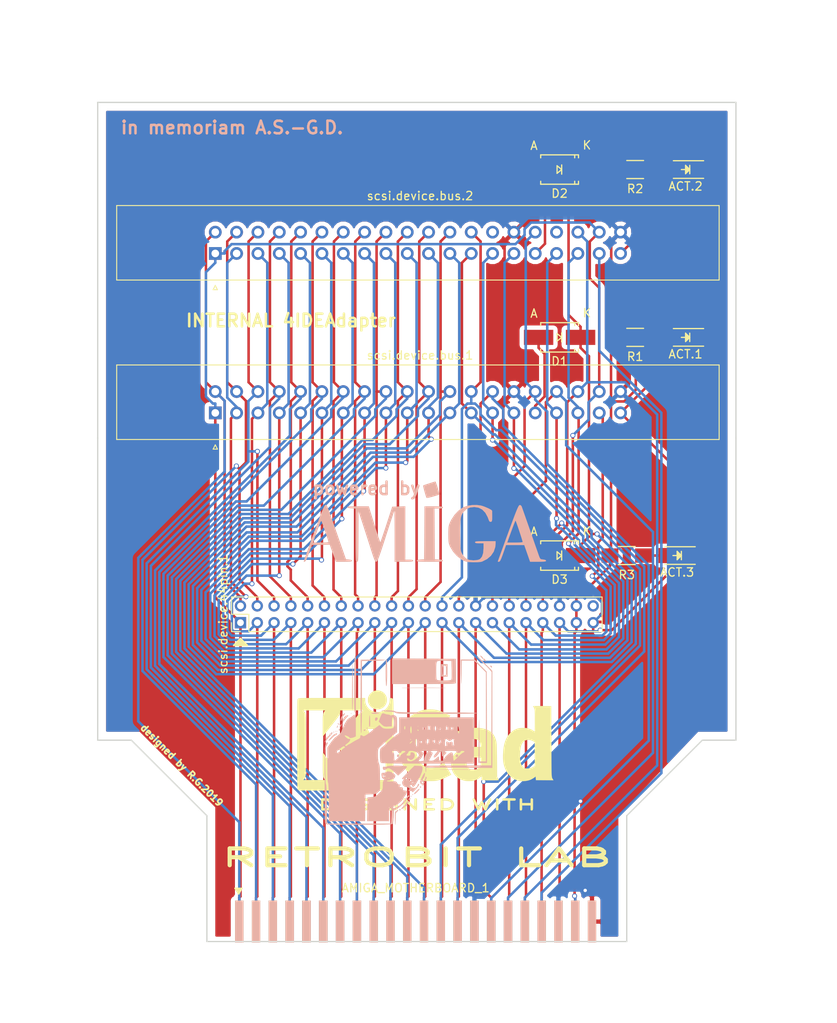
<source format=kicad_pcb>
(kicad_pcb (version 4) (host pcbnew 4.0.2+dfsg1-stable)
  (layers (0 F.Cu signal) (31 B.Cu signal) (34 B.Paste user) (35 F.Paste user) (36 B.SilkS user) (37 F.SilkS user) (38 B.Mask user) (39 F.Mask user) (44 Edge.Cuts user))
  (net 0 "")
  (net 1 "Net-(ACT.1-Pad2)")
  (net 2 /A39)
  (net 3 "Net-(ACT.2-Pad2)")
  (net 4 "Net-(ACT.2-Pad1)")
  (net 5 /A15)
  (net 6 /A1)
  (net 7 /A2)
  (net 8 /A3)
  (net 9 /A4)
  (net 10 /A5)
  (net 11 /A6)
  (net 12 /A7)
  (net 13 /A8)
  (net 14 /A9)
  (net 15 /A10)
  (net 16 /A11)
  (net 17 /A12)
  (net 18 /A13)
  (net 19 /A14)
  (net 20 /A29)
  (net 21 /A31)
  (net 22 /A33)
  (net 23 /A35)
  (net 24 /A37)
  (net 25 +5V)
  (net 26 GND)
  (net 27 /A16)
  (net 28 /A17)
  (net 29 /A18)
  (net 30 /A19)
  (net 31 /A20)
  (net 32 /A21)
  (net 33 /A22)
  (net 34 /A23)
  (net 35 /A24)
  (net 36 /A25)
  (net 37 /A26)
  (net 38 /A27)
  (net 39 /A28)
  (net 40 /A32)
  (net 41 /A34)
  (net 42 /A36)
  (net 43 /A38)
  (net 44 "Net-(D1-Pad2)")
  (net 45 "Net-(D2-Pad2)")
  (net 46 "Net-(ACT.3-Pad2)")
  (net 47 "Net-(D3-Pad2)")
  (module Symbol:KiCad-Logo2_12mm_SilkScreen (layer F.Cu) (at 151 112)
    (fp_text reference REF** hide)
    (fp_text value KiCad-Logo2_12mm_SilkScreen hide)
  )
  (module Resistors_SMD:R_1206_HandSoldering (layer F.Cu) (at 175 90 180)
    (fp_text reference R3 (at 0 -2.3 180) (layer F.SilkS))
    (fp_text value 330)
    (pad 1 smd rect (at -2 0 180) (size 2 1.7) (layers F.Cu F.Paste F.Mask) (net 46 "Net-(ACT.3-Pad2)"))
    (pad 2 smd rect (at 2 0 180) (size 2 1.7) (layers F.Cu F.Paste F.Mask) (net 25 +5V))
  )
  (module Resistors_SMD:R_1206_HandSoldering (layer F.Cu) (at 176 64 180)
    (fp_text reference R1 (at 0 -2.3 180) (layer F.SilkS))
    (fp_text value 330)
    (pad 1 smd rect (at -2 0 180) (size 2 1.7) (layers F.Cu F.Paste F.Mask) (net 1 "Net-(ACT.1-Pad2)"))
    (pad 2 smd rect (at 2 0 180) (size 2 1.7) (layers F.Cu F.Paste F.Mask) (net 25 +5V))
  )
  (module Resistors_SMD:R_1206_HandSoldering (layer F.Cu) (at 176 44 180)
    (fp_text reference R2 (at 0 -2.3 180) (layer F.SilkS))
    (fp_text value 330)
    (pad 1 smd rect (at -2 0 180) (size 2 1.7) (layers F.Cu F.Paste F.Mask) (net 3 "Net-(ACT.2-Pad2)"))
    (pad 2 smd rect (at 2 0 180) (size 2 1.7) (layers F.Cu F.Paste F.Mask) (net 25 +5V))
  )
  (module LEDs:LED_1206 (layer F.Cu) (at 182 64 180)
    (fp_text reference ACT.1 (at 0 -2 180) (layer F.SilkS))
    (fp_text value LED)
    (pad 2 smd rect (at 1.41986 0) (size 1.59766 1.80086) (layers F.Cu F.Paste F.Mask) (net 1 "Net-(ACT.1-Pad2)"))
    (pad 1 smd rect (at -1.41986 0) (size 1.59766 1.80086) (layers F.Cu F.Paste F.Mask) (net 2 /A39))
  )
  (module LEDs:LED_1206 (layer F.Cu) (at 182 44 180)
    (fp_text reference ACT.2 (at 0 -2 180) (layer F.SilkS))
    (fp_text value LED)
    (pad 2 smd rect (at 1.41986 0) (size 1.59766 1.80086) (layers F.Cu F.Paste F.Mask) (net 3 "Net-(ACT.2-Pad2)"))
    (pad 1 smd rect (at -1.41986 0) (size 1.59766 1.80086) (layers F.Cu F.Paste F.Mask) (net 4 "Net-(ACT.2-Pad1)"))
  )
  (module LEDs:LED_1206 (layer F.Cu) (at 181 90 180)
    (fp_text reference ACT.3 (at 0 -2 180) (layer F.SilkS))
    (fp_text value LED)
    (pad 2 smd rect (at 1.41986 0) (size 1.59766 1.80086) (layers F.Cu F.Paste F.Mask) (net 46 "Net-(ACT.3-Pad2)"))
    (pad 1 smd rect (at -1.41986 0) (size 1.59766 1.80086) (layers F.Cu F.Paste F.Mask) (net 2 /A39))
  )
  (module RetroBitLab:Socket_IDC_2x22_2.00mm_PCB (layer F.Cu) (at 149.86 134.62)
    (fp_text reference AMIGA_MOTHERBOARD_1 (at 0 -5) (layer F.SilkS))
    (fp_text value CONN_02X22)
    (pad 2 connect rect (at -21 -1) (size 1 5) (layers B.Cu B.SilkS B.Mask) (net 5 /A15))
    (pad 1 connect rect (at -21 -1) (size 1 5) (layers F.Cu F.SilkS F.Mask) (net 6 /A1))
    (pad 3 connect rect (at -19 -1) (size 1 5) (layers F.Cu F.SilkS F.Mask) (net 7 /A2))
    (pad 5 connect rect (at -17 -1) (size 1 5) (layers F.Cu F.SilkS F.Mask) (net 8 /A3))
    (pad 7 connect rect (at -15 -1) (size 1 5) (layers F.Cu F.SilkS F.Mask) (net 9 /A4))
    (pad 9 connect rect (at -13 -1) (size 1 5) (layers F.Cu F.SilkS F.Mask) (net 10 /A5))
    (pad 11 connect rect (at -11 -1) (size 1 5) (layers F.Cu F.SilkS F.Mask) (net 11 /A6))
    (pad 13 connect rect (at -9 -1) (size 1 5) (layers F.Cu F.SilkS F.Mask) (net 12 /A7))
    (pad 15 connect rect (at -7 -1) (size 1 5) (layers F.Cu F.SilkS F.Mask) (net 13 /A8))
    (pad 17 connect rect (at -5 -1) (size 1 5) (layers F.Cu F.SilkS F.Mask) (net 14 /A9))
    (pad 19 connect rect (at -3 -1) (size 1 5) (layers F.Cu F.SilkS F.Mask) (net 15 /A10))
    (pad 21 connect rect (at -1 -1) (size 1 5) (layers F.Cu F.SilkS F.Mask) (net 16 /A11))
    (pad 23 connect rect (at 1 -1) (size 1 5) (layers F.Cu F.SilkS F.Mask) (net 17 /A12))
    (pad 25 connect rect (at 3 -1) (size 1 5) (layers F.Cu F.SilkS F.Mask) (net 18 /A13))
    (pad 27 connect rect (at 5 -1) (size 1 5) (layers F.Cu F.SilkS F.Mask) (net 19 /A14))
    (pad 29 connect rect (at 7 -1) (size 1 5) (layers F.Cu F.SilkS F.Mask) (net 20 /A29))
    (pad 31 connect rect (at 9 -1) (size 1 5) (layers F.Cu F.SilkS F.Mask) (net 21 /A31))
    (pad 33 connect rect (at 11 -1) (size 1 5) (layers F.Cu F.SilkS F.Mask) (net 22 /A33))
    (pad 35 connect rect (at 13 -1) (size 1 5) (layers F.Cu F.SilkS F.Mask) (net 23 /A35))
    (pad 37 connect rect (at 15 -1) (size 1 5) (layers F.Cu F.SilkS F.Mask) (net 24 /A37))
    (pad 39 connect rect (at 17 -1) (size 1 5) (layers F.Cu F.SilkS F.Mask) (net 2 /A39))
    (pad 41 connect rect (at 19 -1) (size 1 5) (layers F.Cu F.SilkS F.Mask) (net 25 +5V))
    (pad 43 connect rect (at 21 -1) (size 1 5) (layers F.Cu F.SilkS F.Mask) (net 26 GND))
    (pad 4 connect rect (at -19 -1) (size 1 5) (layers B.Cu B.SilkS B.Mask) (net 27 /A16))
    (pad 6 connect rect (at -17 -1) (size 1 5) (layers B.Cu B.SilkS B.Mask) (net 28 /A17))
    (pad 8 connect rect (at -15 -1) (size 1 5) (layers B.Cu B.SilkS B.Mask) (net 29 /A18))
    (pad 10 connect rect (at -13 -1) (size 1 5) (layers B.Cu B.SilkS B.Mask) (net 30 /A19))
    (pad 12 connect rect (at -11 -1) (size 1 5) (layers B.Cu B.SilkS B.Mask) (net 31 /A20))
    (pad 14 connect rect (at -9 -1) (size 1 5) (layers B.Cu B.SilkS B.Mask) (net 32 /A21))
    (pad 16 connect rect (at -7 -1) (size 1 5) (layers B.Cu B.SilkS B.Mask) (net 33 /A22))
    (pad 18 connect rect (at -5 -1) (size 1 5) (layers B.Cu B.SilkS B.Mask) (net 34 /A23))
    (pad 20 connect rect (at -3 -1) (size 1 5) (layers B.Cu B.SilkS B.Mask) (net 35 /A24))
    (pad 22 connect rect (at -1 -1) (size 1 5) (layers B.Cu B.SilkS B.Mask) (net 36 /A25))
    (pad 24 connect rect (at 1 -1) (size 1 5) (layers B.Cu B.SilkS B.Mask) (net 37 /A26))
    (pad 26 connect rect (at 3 -1) (size 1 5) (layers B.Cu B.SilkS B.Mask) (net 38 /A27))
    (pad 28 connect rect (at 5 -1) (size 1 5) (layers B.Cu B.SilkS B.Mask) (net 39 /A28))
    (pad 30 connect rect (at 7 -1) (size 1 5) (layers B.Cu B.SilkS B.Mask) (net 26 GND))
    (pad 32 connect rect (at 9 -1) (size 1 5) (layers B.Cu B.SilkS B.Mask) (net 40 /A32))
    (pad 34 connect rect (at 11 -1) (size 1 5) (layers B.Cu B.SilkS B.Mask) (net 41 /A34))
    (pad 36 connect rect (at 13 -1) (size 1 5) (layers B.Cu B.SilkS B.Mask) (net 42 /A36))
    (pad 38 connect rect (at 15 -1) (size 1 5) (layers B.Cu B.SilkS B.Mask) (net 43 /A38))
    (pad 40 connect rect (at 17 -1) (size 1 5) (layers B.Cu B.SilkS B.Mask) (net 26 GND))
    (pad 42 connect rect (at 19 -1) (size 1 5) (layers B.Cu B.SilkS B.Mask) (net 25 +5V))
    (pad 44 connect rect (at 21 -1) (size 1 5) (layers B.Cu B.SilkS B.Mask))
  )
  (module Diodes_SMD:SMA_Handsoldering (layer F.Cu) (at 167 64 180)
    (fp_text reference D1 (at 0 -2.85 180) (layer F.SilkS))
    (fp_text value D)
    (fp_text user K (at -3.25 2.9 180) (layer F.SilkS))
    (fp_text user A (at 3.05 2.85 180) (layer F.SilkS))
    (pad 1 smd rect (at -2.49936 0 180) (size 3.50012 1.80086) (layers F.Cu F.Paste F.Mask) (net 21 /A31))
    (pad 2 smd rect (at 2.49936 0 180) (size 3.50012 1.80086) (layers F.Cu F.Paste F.Mask) (net 44 "Net-(D1-Pad2)"))
  )
  (module Diodes_SMD:SMA_Handsoldering (layer F.Cu) (at 167 44 180)
    (fp_text reference D2 (at 0 -2.85 180) (layer F.SilkS))
    (fp_text value D)
    (fp_text user K (at -3.25 2.9 180) (layer F.SilkS))
    (fp_text user A (at 3.05 2.85 180) (layer F.SilkS))
    (pad 1 smd rect (at -2.49936 0 180) (size 3.50012 1.80086) (layers F.Cu F.Paste F.Mask) (net 21 /A31))
    (pad 2 smd rect (at 2.49936 0 180) (size 3.50012 1.80086) (layers F.Cu F.Paste F.Mask) (net 45 "Net-(D2-Pad2)"))
  )
  (module Diodes_SMD:SMA_Handsoldering (layer F.Cu) (at 167 90 180)
    (fp_text reference D3 (at 0 -2.85 180) (layer F.SilkS))
    (fp_text value D)
    (fp_text user K (at -3.25 2.9 180) (layer F.SilkS))
    (fp_text user A (at 3.05 2.85 180) (layer F.SilkS))
    (pad 1 smd rect (at -2.49936 0 180) (size 3.50012 1.80086) (layers F.Cu F.Paste F.Mask) (net 21 /A31))
    (pad 2 smd rect (at 2.49936 0 180) (size 3.50012 1.80086) (layers F.Cu F.Paste F.Mask) (net 47 "Net-(D3-Pad2)"))
  )
  (module RetroBitLab:IDC-Header_2x20_P2.54mm_Vertical_Lock (layer F.Cu) (at 126 73 90)
    (fp_text reference scsi.device.bus.1 (at 6.858 24.384 360) (layer F.SilkS))
    (fp_text value CONN_02X20)
    (pad 1 thru_hole rect (at 0 0) (size 1.52 1.52) (drill 0.91) (layers *.Cu *.Mask) (net 6 /A1))
    (pad 2 thru_hole circle (at 2.54 0) (size 1.52 1.52) (drill 0.91) (layers *.Cu *.Mask) (net 5 /A15))
    (pad 3 thru_hole circle (at 0 2.54) (size 1.52 1.52) (drill 0.91) (layers *.Cu *.Mask) (net 7 /A2))
    (pad 4 thru_hole circle (at 2.54 2.54) (size 1.52 1.52) (drill 0.91) (layers *.Cu *.Mask) (net 27 /A16))
    (pad 5 thru_hole circle (at 0 5.08) (size 1.52 1.52) (drill 0.91) (layers *.Cu *.Mask) (net 8 /A3))
    (pad 6 thru_hole circle (at 2.54 5.08) (size 1.52 1.52) (drill 0.91) (layers *.Cu *.Mask) (net 28 /A17))
    (pad 7 thru_hole circle (at 0 7.62) (size 1.52 1.52) (drill 0.91) (layers *.Cu *.Mask) (net 9 /A4))
    (pad 8 thru_hole circle (at 2.54 7.62) (size 1.52 1.52) (drill 0.91) (layers *.Cu *.Mask) (net 29 /A18))
    (pad 9 thru_hole circle (at 0 10.16) (size 1.52 1.52) (drill 0.91) (layers *.Cu *.Mask) (net 10 /A5))
    (pad 10 thru_hole circle (at 2.54 10.16) (size 1.52 1.52) (drill 0.91) (layers *.Cu *.Mask) (net 30 /A19))
    (pad 11 thru_hole circle (at 0 12.7) (size 1.52 1.52) (drill 0.91) (layers *.Cu *.Mask) (net 11 /A6))
    (pad 12 thru_hole circle (at 2.54 12.7) (size 1.52 1.52) (drill 0.91) (layers *.Cu *.Mask) (net 31 /A20))
    (pad 13 thru_hole circle (at 0 15.24) (size 1.52 1.52) (drill 0.91) (layers *.Cu *.Mask) (net 12 /A7))
    (pad 14 thru_hole circle (at 2.54 15.24) (size 1.52 1.52) (drill 0.91) (layers *.Cu *.Mask) (net 32 /A21))
    (pad 15 thru_hole circle (at 0 17.78) (size 1.52 1.52) (drill 0.91) (layers *.Cu *.Mask) (net 13 /A8))
    (pad 16 thru_hole circle (at 2.54 17.78) (size 1.52 1.52) (drill 0.91) (layers *.Cu *.Mask) (net 33 /A22))
    (pad 17 thru_hole circle (at 0 20.32) (size 1.52 1.52) (drill 0.91) (layers *.Cu *.Mask) (net 14 /A9))
    (pad 18 thru_hole circle (at 2.54 20.32) (size 1.52 1.52) (drill 0.91) (layers *.Cu *.Mask) (net 34 /A23))
    (pad 19 thru_hole circle (at 0 22.86) (size 1.52 1.52) (drill 0.91) (layers *.Cu *.Mask) (net 15 /A10))
    (pad 20 thru_hole circle (at 2.54 22.86) (size 1.52 1.52) (drill 0.91) (layers *.Cu *.Mask) (net 35 /A24))
    (pad 21 thru_hole circle (at 0 25.4) (size 1.52 1.52) (drill 0.91) (layers *.Cu *.Mask) (net 16 /A11))
    (pad 22 thru_hole circle (at 2.54 25.4) (size 1.52 1.52) (drill 0.91) (layers *.Cu *.Mask) (net 36 /A25))
    (pad 23 thru_hole circle (at 0 27.94) (size 1.52 1.52) (drill 0.91) (layers *.Cu *.Mask) (net 17 /A12))
    (pad 24 thru_hole circle (at 2.54 27.94) (size 1.52 1.52) (drill 0.91) (layers *.Cu *.Mask) (net 37 /A26))
    (pad 25 thru_hole circle (at 0 30.48) (size 1.52 1.52) (drill 0.91) (layers *.Cu *.Mask) (net 18 /A13))
    (pad 26 thru_hole circle (at 2.54 30.48) (size 1.52 1.52) (drill 0.91) (layers *.Cu *.Mask) (net 38 /A27))
    (pad 27 thru_hole circle (at 0 33.02) (size 1.52 1.52) (drill 0.91) (layers *.Cu *.Mask) (net 19 /A14))
    (pad 28 thru_hole circle (at 2.54 33.02) (size 1.52 1.52) (drill 0.91) (layers *.Cu *.Mask) (net 39 /A28))
    (pad 29 thru_hole circle (at 0 35.56) (size 1.52 1.52) (drill 0.91) (layers *.Cu *.Mask) (net 20 /A29))
    (pad 30 thru_hole circle (at 2.54 35.56) (size 1.52 1.52) (drill 0.91) (layers *.Cu *.Mask) (net 26 GND))
    (pad 31 thru_hole circle (at 0 38.1) (size 1.52 1.52) (drill 0.91) (layers *.Cu *.Mask) (net 44 "Net-(D1-Pad2)"))
    (pad 32 thru_hole circle (at 2.54 38.1) (size 1.52 1.52) (drill 0.91) (layers *.Cu *.Mask) (net 40 /A32))
    (pad 33 thru_hole circle (at 0 40.64) (size 1.52 1.52) (drill 0.91) (layers *.Cu *.Mask) (net 22 /A33))
    (pad 34 thru_hole circle (at 2.54 40.64) (size 1.52 1.52) (drill 0.91) (layers *.Cu *.Mask) (net 41 /A34))
    (pad 35 thru_hole circle (at 0 43.18) (size 1.52 1.52) (drill 0.91) (layers *.Cu *.Mask) (net 23 /A35))
    (pad 36 thru_hole circle (at 2.54 43.18) (size 1.52 1.52) (drill 0.91) (layers *.Cu *.Mask) (net 42 /A36))
    (pad 37 thru_hole circle (at 0 45.72) (size 1.52 1.52) (drill 0.91) (layers *.Cu *.Mask) (net 24 /A37))
    (pad 38 thru_hole circle (at 2.54 45.72) (size 1.52 1.52) (drill 0.91) (layers *.Cu *.Mask) (net 6 /A1))
    (pad 39 thru_hole circle (at 0 48.26) (size 1.52 1.52) (drill 0.91) (layers *.Cu *.Mask) (net 2 /A39))
    (pad 40 thru_hole circle (at 2.54 48.26) (size 1.52 1.52) (drill 0.91) (layers *.Cu *.Mask) (net 26 GND))
  )
  (module RetroBitLab:IDC-Header_2x20_P2.54mm_Vertical_Lock (layer F.Cu) (at 126 54 90)
    (fp_text reference scsi.device.bus.2 (at 6.858 24.384 360) (layer F.SilkS))
    (fp_text value CONN_02X20)
    (pad 1 thru_hole rect (at 0 0) (size 1.52 1.52) (drill 0.91) (layers *.Cu *.Mask) (net 6 /A1))
    (pad 2 thru_hole circle (at 2.54 0) (size 1.52 1.52) (drill 0.91) (layers *.Cu *.Mask) (net 5 /A15))
    (pad 3 thru_hole circle (at 0 2.54) (size 1.52 1.52) (drill 0.91) (layers *.Cu *.Mask) (net 7 /A2))
    (pad 4 thru_hole circle (at 2.54 2.54) (size 1.52 1.52) (drill 0.91) (layers *.Cu *.Mask) (net 27 /A16))
    (pad 5 thru_hole circle (at 0 5.08) (size 1.52 1.52) (drill 0.91) (layers *.Cu *.Mask) (net 8 /A3))
    (pad 6 thru_hole circle (at 2.54 5.08) (size 1.52 1.52) (drill 0.91) (layers *.Cu *.Mask) (net 28 /A17))
    (pad 7 thru_hole circle (at 0 7.62) (size 1.52 1.52) (drill 0.91) (layers *.Cu *.Mask) (net 9 /A4))
    (pad 8 thru_hole circle (at 2.54 7.62) (size 1.52 1.52) (drill 0.91) (layers *.Cu *.Mask) (net 29 /A18))
    (pad 9 thru_hole circle (at 0 10.16) (size 1.52 1.52) (drill 0.91) (layers *.Cu *.Mask) (net 10 /A5))
    (pad 10 thru_hole circle (at 2.54 10.16) (size 1.52 1.52) (drill 0.91) (layers *.Cu *.Mask) (net 30 /A19))
    (pad 11 thru_hole circle (at 0 12.7) (size 1.52 1.52) (drill 0.91) (layers *.Cu *.Mask) (net 11 /A6))
    (pad 12 thru_hole circle (at 2.54 12.7) (size 1.52 1.52) (drill 0.91) (layers *.Cu *.Mask) (net 31 /A20))
    (pad 13 thru_hole circle (at 0 15.24) (size 1.52 1.52) (drill 0.91) (layers *.Cu *.Mask) (net 12 /A7))
    (pad 14 thru_hole circle (at 2.54 15.24) (size 1.52 1.52) (drill 0.91) (layers *.Cu *.Mask) (net 32 /A21))
    (pad 15 thru_hole circle (at 0 17.78) (size 1.52 1.52) (drill 0.91) (layers *.Cu *.Mask) (net 13 /A8))
    (pad 16 thru_hole circle (at 2.54 17.78) (size 1.52 1.52) (drill 0.91) (layers *.Cu *.Mask) (net 33 /A22))
    (pad 17 thru_hole circle (at 0 20.32) (size 1.52 1.52) (drill 0.91) (layers *.Cu *.Mask) (net 14 /A9))
    (pad 18 thru_hole circle (at 2.54 20.32) (size 1.52 1.52) (drill 0.91) (layers *.Cu *.Mask) (net 34 /A23))
    (pad 19 thru_hole circle (at 0 22.86) (size 1.52 1.52) (drill 0.91) (layers *.Cu *.Mask) (net 15 /A10))
    (pad 20 thru_hole circle (at 2.54 22.86) (size 1.52 1.52) (drill 0.91) (layers *.Cu *.Mask) (net 35 /A24))
    (pad 21 thru_hole circle (at 0 25.4) (size 1.52 1.52) (drill 0.91) (layers *.Cu *.Mask) (net 16 /A11))
    (pad 22 thru_hole circle (at 2.54 25.4) (size 1.52 1.52) (drill 0.91) (layers *.Cu *.Mask) (net 36 /A25))
    (pad 23 thru_hole circle (at 0 27.94) (size 1.52 1.52) (drill 0.91) (layers *.Cu *.Mask) (net 17 /A12))
    (pad 24 thru_hole circle (at 2.54 27.94) (size 1.52 1.52) (drill 0.91) (layers *.Cu *.Mask) (net 37 /A26))
    (pad 25 thru_hole circle (at 0 30.48) (size 1.52 1.52) (drill 0.91) (layers *.Cu *.Mask) (net 18 /A13))
    (pad 26 thru_hole circle (at 2.54 30.48) (size 1.52 1.52) (drill 0.91) (layers *.Cu *.Mask) (net 38 /A27))
    (pad 27 thru_hole circle (at 0 33.02) (size 1.52 1.52) (drill 0.91) (layers *.Cu *.Mask) (net 19 /A14))
    (pad 28 thru_hole circle (at 2.54 33.02) (size 1.52 1.52) (drill 0.91) (layers *.Cu *.Mask))
    (pad 29 thru_hole circle (at 0 35.56) (size 1.52 1.52) (drill 0.91) (layers *.Cu *.Mask) (net 20 /A29))
    (pad 30 thru_hole circle (at 2.54 35.56) (size 1.52 1.52) (drill 0.91) (layers *.Cu *.Mask) (net 26 GND))
    (pad 31 thru_hole circle (at 0 38.1) (size 1.52 1.52) (drill 0.91) (layers *.Cu *.Mask) (net 45 "Net-(D2-Pad2)"))
    (pad 32 thru_hole circle (at 2.54 38.1) (size 1.52 1.52) (drill 0.91) (layers *.Cu *.Mask) (net 40 /A32))
    (pad 33 thru_hole circle (at 0 40.64) (size 1.52 1.52) (drill 0.91) (layers *.Cu *.Mask) (net 22 /A33))
    (pad 34 thru_hole circle (at 2.54 40.64) (size 1.52 1.52) (drill 0.91) (layers *.Cu *.Mask))
    (pad 35 thru_hole circle (at 0 43.18) (size 1.52 1.52) (drill 0.91) (layers *.Cu *.Mask) (net 23 /A35))
    (pad 36 thru_hole circle (at 2.54 43.18) (size 1.52 1.52) (drill 0.91) (layers *.Cu *.Mask) (net 42 /A36))
    (pad 37 thru_hole circle (at 0 45.72) (size 1.52 1.52) (drill 0.91) (layers *.Cu *.Mask) (net 43 /A38))
    (pad 38 thru_hole circle (at 2.54 45.72) (size 1.52 1.52) (drill 0.91) (layers *.Cu *.Mask) (net 6 /A1))
    (pad 39 thru_hole circle (at 0 48.26) (size 1.52 1.52) (drill 0.91) (layers *.Cu *.Mask) (net 4 "Net-(ACT.2-Pad1)"))
    (pad 40 thru_hole circle (at 2.54 48.26) (size 1.52 1.52) (drill 0.91) (layers *.Cu *.Mask) (net 26 GND))
  )
  (module RetroBitLab:PinHeader_2x22_P2.00mm_Vertical (layer F.Cu) (at 129 98 90)
    (fp_text reference scsi.device.44pin.1 (at 1 -2.06 90) (layer F.SilkS))
    (fp_text value conn_CONN_02X22)
    (pad 1 thru_hole rect (at 0 0 90) (size 1.35 1.35) (drill 0.8) (layers *.Cu *.Mask) (net 6 /A1))
    (pad 2 thru_hole oval (at 2 0 90) (size 1.35 1.35) (drill 0.8) (layers *.Cu *.Mask) (net 5 /A15))
    (pad 3 thru_hole oval (at 0 2 90) (size 1.35 1.35) (drill 0.8) (layers *.Cu *.Mask) (net 7 /A2))
    (pad 4 thru_hole oval (at 2 2 90) (size 1.35 1.35) (drill 0.8) (layers *.Cu *.Mask) (net 27 /A16))
    (pad 5 thru_hole oval (at 0 4 90) (size 1.35 1.35) (drill 0.8) (layers *.Cu *.Mask) (net 8 /A3))
    (pad 6 thru_hole oval (at 2 4 90) (size 1.35 1.35) (drill 0.8) (layers *.Cu *.Mask) (net 28 /A17))
    (pad 7 thru_hole oval (at 0 6 90) (size 1.35 1.35) (drill 0.8) (layers *.Cu *.Mask) (net 9 /A4))
    (pad 8 thru_hole oval (at 2 6 90) (size 1.35 1.35) (drill 0.8) (layers *.Cu *.Mask) (net 29 /A18))
    (pad 9 thru_hole oval (at 0 8 90) (size 1.35 1.35) (drill 0.8) (layers *.Cu *.Mask) (net 10 /A5))
    (pad 10 thru_hole oval (at 2 8 90) (size 1.35 1.35) (drill 0.8) (layers *.Cu *.Mask) (net 30 /A19))
    (pad 11 thru_hole oval (at 0 10 90) (size 1.35 1.35) (drill 0.8) (layers *.Cu *.Mask) (net 11 /A6))
    (pad 12 thru_hole oval (at 2 10 90) (size 1.35 1.35) (drill 0.8) (layers *.Cu *.Mask) (net 31 /A20))
    (pad 13 thru_hole oval (at 0 12 90) (size 1.35 1.35) (drill 0.8) (layers *.Cu *.Mask) (net 12 /A7))
    (pad 14 thru_hole oval (at 2 12 90) (size 1.35 1.35) (drill 0.8) (layers *.Cu *.Mask) (net 32 /A21))
    (pad 15 thru_hole oval (at 0 14 90) (size 1.35 1.35) (drill 0.8) (layers *.Cu *.Mask) (net 13 /A8))
    (pad 16 thru_hole oval (at 2 14 90) (size 1.35 1.35) (drill 0.8) (layers *.Cu *.Mask) (net 33 /A22))
    (pad 17 thru_hole oval (at 0 16 90) (size 1.35 1.35) (drill 0.8) (layers *.Cu *.Mask) (net 14 /A9))
    (pad 18 thru_hole oval (at 2 16 90) (size 1.35 1.35) (drill 0.8) (layers *.Cu *.Mask) (net 34 /A23))
    (pad 19 thru_hole oval (at 0 18 90) (size 1.35 1.35) (drill 0.8) (layers *.Cu *.Mask) (net 15 /A10))
    (pad 20 thru_hole oval (at 2 18 90) (size 1.35 1.35) (drill 0.8) (layers *.Cu *.Mask) (net 35 /A24))
    (pad 21 thru_hole oval (at 0 20 90) (size 1.35 1.35) (drill 0.8) (layers *.Cu *.Mask) (net 16 /A11))
    (pad 22 thru_hole oval (at 2 20 90) (size 1.35 1.35) (drill 0.8) (layers *.Cu *.Mask) (net 36 /A25))
    (pad 23 thru_hole oval (at 0 22 90) (size 1.35 1.35) (drill 0.8) (layers *.Cu *.Mask) (net 17 /A12))
    (pad 24 thru_hole oval (at 2 22 90) (size 1.35 1.35) (drill 0.8) (layers *.Cu *.Mask) (net 37 /A26))
    (pad 25 thru_hole oval (at 0 24 90) (size 1.35 1.35) (drill 0.8) (layers *.Cu *.Mask) (net 18 /A13))
    (pad 26 thru_hole oval (at 2 24 90) (size 1.35 1.35) (drill 0.8) (layers *.Cu *.Mask) (net 38 /A27))
    (pad 27 thru_hole oval (at 0 26 90) (size 1.35 1.35) (drill 0.8) (layers *.Cu *.Mask) (net 19 /A14))
    (pad 28 thru_hole oval (at 2 26 90) (size 1.35 1.35) (drill 0.8) (layers *.Cu *.Mask) (net 39 /A28))
    (pad 29 thru_hole oval (at 0 28 90) (size 1.35 1.35) (drill 0.8) (layers *.Cu *.Mask) (net 20 /A29))
    (pad 30 thru_hole oval (at 2 28 90) (size 1.35 1.35) (drill 0.8) (layers *.Cu *.Mask) (net 26 GND))
    (pad 31 thru_hole oval (at 0 30 90) (size 1.35 1.35) (drill 0.8) (layers *.Cu *.Mask) (net 47 "Net-(D3-Pad2)"))
    (pad 32 thru_hole oval (at 2 30 90) (size 1.35 1.35) (drill 0.8) (layers *.Cu *.Mask) (net 40 /A32))
    (pad 33 thru_hole oval (at 0 32 90) (size 1.35 1.35) (drill 0.8) (layers *.Cu *.Mask) (net 22 /A33))
    (pad 34 thru_hole oval (at 2 32 90) (size 1.35 1.35) (drill 0.8) (layers *.Cu *.Mask) (net 41 /A34))
    (pad 35 thru_hole oval (at 0 34 90) (size 1.35 1.35) (drill 0.8) (layers *.Cu *.Mask) (net 23 /A35))
    (pad 36 thru_hole oval (at 2 34 90) (size 1.35 1.35) (drill 0.8) (layers *.Cu *.Mask) (net 42 /A36))
    (pad 37 thru_hole oval (at 0 36 90) (size 1.35 1.35) (drill 0.8) (layers *.Cu *.Mask) (net 24 /A37))
    (pad 38 thru_hole oval (at 2 36 90) (size 1.35 1.35) (drill 0.8) (layers *.Cu *.Mask) (net 6 /A1))
    (pad 39 thru_hole oval (at 0 38 90) (size 1.35 1.35) (drill 0.8) (layers *.Cu *.Mask) (net 2 /A39))
    (pad 40 thru_hole oval (at 2 38 90) (size 1.35 1.35) (drill 0.8) (layers *.Cu *.Mask) (net 26 GND))
    (pad 41 thru_hole oval (at 0 40 90) (size 1.35 1.35) (drill 0.8) (layers *.Cu *.Mask) (net 25 +5V))
    (pad 42 thru_hole oval (at 2 40 90) (size 1.35 1.35) (drill 0.8) (layers *.Cu *.Mask) (net 25 +5V))
    (pad 43 thru_hole oval (at 0 42 90) (size 1.35 1.35) (drill 0.8) (layers *.Cu *.Mask) (net 26 GND))
    (pad 44 thru_hole oval (at 2 42 90) (size 1.35 1.35) (drill 0.8) (layers *.Cu *.Mask))
  )
  (module RetroBitLab:amigaWorkBench1-SIlkScreenBack (layer B.Cu) (at 149 112 180)
    (fp_text reference G*** hide)
    (fp_text value LOGO hide)
  )
  (module RetroBitLab:amigaLogo_BW_31x12mm-SilkScreenBack (layer B.Cu) (at 151 86 180)
    (fp_text reference G*** hide)
    (fp_text value LOGO hide)
  )
  (gr_text "in memoriam A.S.-G.D." (at 128 39) (layer B.SilkS) (effects (font (size 1.5 1.5) (thickness 0.3))))
  (gr_text "powered by" (at 144 82) (layer B.SilkS) (effects (font (size 1.5 1.5) (thickness 0.3))))
  (gr_text "designed by R.G.2019" (at 122 115 315) (layer F.SilkS) (effects (font (size 0.8 0.8) (thickness 0.2))))
  (gr_text "RETROBIT LAB" (at 150 126) (layer F.SilkS) (effects (font (size 2 4.5) (thickness 0.5))))
  (gr_text "INTERNAL 4IDEAdapter" (at 135 62) (layer F.SilkS) (effects (font (size 1.5 1.5) (thickness 0.3))))
  (gr_line (start 129.5 100.6) (end 129.4 100.6) (angle 90) (layer F.SilkS) (width 0.2))
  (gr_line (start 129.6 100.7) (end 129.5 100.6) (angle 90) (layer F.SilkS) (width 0.2))
  (gr_line (start 129.5 100.5) (end 129.1 100.5) (angle 90) (layer F.SilkS) (width 0.2))
  (gr_line (start 129.1 100.1) (end 129.5 100.5) (angle 90) (layer F.SilkS) (width 0.2))
  (gr_line (start 129.1 100.3) (end 129.1 100.1) (angle 90) (layer F.SilkS) (width 0.2))
  (gr_line (start 128.8 100.3) (end 129.1 100.3) (angle 90) (layer F.SilkS) (width 0.2))
  (gr_line (start 128.8 100.7) (end 128.8 100.3) (angle 90) (layer F.SilkS) (width 0.2))
  (gr_line (start 129.8 100.7) (end 128.8 100.7) (angle 90) (layer F.SilkS) (width 0.2))
  (gr_line (start 129 99.9) (end 129.8 100.7) (angle 90) (layer F.SilkS) (width 0.2))
  (gr_line (start 129.1 100.3) (end 128.9 100.5) (angle 90) (layer F.SilkS) (width 0.2))
  (gr_line (start 129.4 100.6) (end 129.1 100.3) (angle 90) (layer F.SilkS) (width 0.2))
  (gr_line (start 128.5 100.6) (end 129.4 100.6) (angle 90) (layer F.SilkS) (width 0.2))
  (gr_line (start 129.1 100) (end 128.5 100.6) (angle 90) (layer F.SilkS) (width 0.2))
  (gr_line (start 129.8 100.7) (end 129.1 100) (angle 90) (layer F.SilkS) (width 0.2))
  (gr_line (start 128.2 100.7) (end 129.8 100.7) (angle 90) (layer F.SilkS) (width 0.2))
  (gr_line (start 129 99.9) (end 128.2 100.7) (angle 90) (layer F.SilkS) (width 0.2))
  (gr_line (start 112 36) (end 112 76) (angle 90) (layer Edge.Cuts) (width 0.15))
  (gr_line (start 188 36) (end 112 36) (angle 90) (layer Edge.Cuts) (width 0.15))
  (gr_line (start 188 76) (end 188 36) (angle 90) (layer Edge.Cuts) (width 0.15))
  (gr_line (start 116 112) (end 125 121) (angle 90) (layer Edge.Cuts) (width 0.15))
  (gr_line (start 112 112) (end 116 112) (angle 90) (layer Edge.Cuts) (width 0.15))
  (gr_line (start 112 76) (end 112 112) (angle 90) (layer Edge.Cuts) (width 0.15))
  (gr_line (start 188 112) (end 188 76) (angle 90) (layer Edge.Cuts) (width 0.15))
  (gr_line (start 184 112) (end 188 112) (angle 90) (layer Edge.Cuts) (width 0.15))
  (gr_line (start 175 121) (end 184 112) (angle 90) (layer Edge.Cuts) (width 0.15))
  (gr_line (start 125 136) (end 125 121) (angle 90) (layer Edge.Cuts) (width 0.15))
  (gr_line (start 175 136) (end 175 121) (angle 90) (layer Edge.Cuts) (width 0.15))
  (gr_line (start 125 136) (end 175 136) (angle 90) (layer Edge.Cuts) (width 0.15))
  (segment (start 178 64) (end 180.5801 64) (width 0.3) (layer F.Cu) (net 1))
  (via (at 171.8333 98.8887) (size 0.6) (layers F.Cu B.Cu) (net 2))
  (segment (start 167 130.6297) (end 166.86 130.7697) (width 0.3) (layer F.Cu) (net 2))
  (segment (start 167 98) (end 167 130.6297) (width 0.3) (layer F.Cu) (net 2))
  (segment (start 166.86 133.62) (end 166.86 130.7697) (width 0.3) (layer F.Cu) (net 2))
  (segment (start 183.4199 64) (end 182.2708 64) (width 0.3) (layer F.Cu) (net 2))
  (segment (start 182.4199 90) (end 182.1025 90) (width 0.3) (layer F.Cu) (net 2))
  (segment (start 182.2708 64.9892) (end 182.2708 64) (width 0.3) (layer F.Cu) (net 2))
  (segment (start 174.26 73) (end 182.2708 64.9892) (width 0.3) (layer F.Cu) (net 2))
  (segment (start 182.1025 80.8425) (end 182.1025 90) (width 0.3) (layer F.Cu) (net 2))
  (segment (start 174.26 73) (end 182.1025 80.8425) (width 0.3) (layer F.Cu) (net 2))
  (segment (start 173.2138 98.8887) (end 171.8333 98.8887) (width 0.3) (layer F.Cu) (net 2))
  (segment (start 182.1025 90) (end 173.2138 98.8887) (width 0.3) (layer F.Cu) (net 2))
  (segment (start 168.0365 99.0365) (end 167 98) (width 0.3) (layer B.Cu) (net 2))
  (segment (start 171.6855 99.0365) (end 168.0365 99.0365) (width 0.3) (layer B.Cu) (net 2))
  (segment (start 171.8333 98.8887) (end 171.6855 99.0365) (width 0.3) (layer B.Cu) (net 2))
  (segment (start 178 44) (end 180.5801 44) (width 0.3) (layer F.Cu) (net 3))
  (segment (start 182.2708 45.9892) (end 174.26 54) (width 0.3) (layer F.Cu) (net 4))
  (segment (start 182.2708 44) (end 182.2708 45.9892) (width 0.3) (layer F.Cu) (net 4))
  (segment (start 183.4199 44) (end 182.2708 44) (width 0.3) (layer F.Cu) (net 4))
  (segment (start 128.86 133.62) (end 128.86 130.7697) (width 0.3) (layer B.Cu) (net 5))
  (segment (start 124.8896 69.3496) (end 126 70.46) (width 0.3) (layer F.Cu) (net 5))
  (segment (start 124.8896 52.5704) (end 124.8896 69.3496) (width 0.3) (layer F.Cu) (net 5))
  (segment (start 126 51.46) (end 124.8896 52.5704) (width 0.3) (layer F.Cu) (net 5))
  (segment (start 127.1104 93.0851) (end 129 94.9747) (width 0.3) (layer F.Cu) (net 5))
  (segment (start 127.1104 71.5704) (end 127.1104 93.0851) (width 0.3) (layer F.Cu) (net 5))
  (segment (start 126 70.46) (end 127.1104 71.5704) (width 0.3) (layer F.Cu) (net 5))
  (segment (start 129 96) (end 129 94.9747) (width 0.3) (layer F.Cu) (net 5))
  (segment (start 128.86 121.7754) (end 128.86 130.7697) (width 0.3) (layer B.Cu) (net 5))
  (segment (start 116.8313 109.7467) (end 128.86 121.7754) (width 0.3) (layer B.Cu) (net 5))
  (segment (start 116.8313 90.2752) (end 116.8313 109.7467) (width 0.3) (layer B.Cu) (net 5))
  (segment (start 127.1104 79.9961) (end 116.8313 90.2752) (width 0.3) (layer B.Cu) (net 5))
  (segment (start 127.1104 71.5704) (end 127.1104 79.9961) (width 0.3) (layer B.Cu) (net 5))
  (segment (start 126 70.46) (end 127.1104 71.5704) (width 0.3) (layer B.Cu) (net 5))
  (via (at 168.5797 75.6844) (size 0.6) (layers F.Cu B.Cu) (net 6))
  (segment (start 170.5708 50.3108) (end 171.72 51.46) (width 0.3) (layer B.Cu) (net 6))
  (segment (start 163.6106 50.3108) (end 170.5708 50.3108) (width 0.3) (layer B.Cu) (net 6))
  (segment (start 162.83 51.0914) (end 163.6106 50.3108) (width 0.3) (layer B.Cu) (net 6))
  (segment (start 162.83 51.8031) (end 162.83 51.0914) (width 0.3) (layer B.Cu) (net 6))
  (segment (start 161.7434 52.8897) (end 162.83 51.8031) (width 0.3) (layer B.Cu) (net 6))
  (segment (start 127.9429 52.8897) (end 161.7434 52.8897) (width 0.3) (layer B.Cu) (net 6))
  (segment (start 127.1103 53.7223) (end 127.9429 52.8897) (width 0.3) (layer B.Cu) (net 6))
  (segment (start 127.1103 54) (end 127.1103 53.7223) (width 0.3) (layer B.Cu) (net 6))
  (segment (start 126 54) (end 127.1103 54) (width 0.3) (layer B.Cu) (net 6))
  (segment (start 126 73) (end 126 74.1103) (width 0.3) (layer F.Cu) (net 6))
  (segment (start 124.8897 56.2206) (end 126 55.1103) (width 0.3) (layer B.Cu) (net 6))
  (segment (start 124.8897 71.057) (end 124.8897 56.2206) (width 0.3) (layer B.Cu) (net 6))
  (segment (start 125.7224 71.8897) (end 124.8897 71.057) (width 0.3) (layer B.Cu) (net 6))
  (segment (start 126 71.8897) (end 125.7224 71.8897) (width 0.3) (layer B.Cu) (net 6))
  (segment (start 126 73) (end 126 71.8897) (width 0.3) (layer B.Cu) (net 6))
  (segment (start 126 54) (end 126 55.1103) (width 0.3) (layer B.Cu) (net 6))
  (segment (start 129 130.6297) (end 129 98) (width 0.3) (layer F.Cu) (net 6))
  (segment (start 128.86 130.7697) (end 129 130.6297) (width 0.3) (layer F.Cu) (net 6))
  (segment (start 128.86 133.62) (end 128.86 130.7697) (width 0.3) (layer F.Cu) (net 6))
  (segment (start 126 95) (end 129 98) (width 0.3) (layer F.Cu) (net 6))
  (segment (start 126 74.1103) (end 126 95) (width 0.3) (layer F.Cu) (net 6))
  (segment (start 170.45 73.8141) (end 168.5797 75.6844) (width 0.3) (layer B.Cu) (net 6))
  (segment (start 170.45 71.73) (end 170.45 73.8141) (width 0.3) (layer B.Cu) (net 6))
  (segment (start 171.72 70.46) (end 170.45 71.73) (width 0.3) (layer B.Cu) (net 6))
  (segment (start 165 96) (end 165 94.9747) (width 0.3) (layer F.Cu) (net 6))
  (segment (start 168.5797 87.101) (end 168.5797 75.6844) (width 0.3) (layer F.Cu) (net 6))
  (segment (start 167.2588 88.4219) (end 168.5797 87.101) (width 0.3) (layer F.Cu) (net 6))
  (segment (start 167.2588 92.7159) (end 167.2588 88.4219) (width 0.3) (layer F.Cu) (net 6))
  (segment (start 165 94.9747) (end 167.2588 92.7159) (width 0.3) (layer F.Cu) (net 6))
  (segment (start 171.72 58.0962) (end 171.72 70.46) (width 0.3) (layer F.Cu) (net 6))
  (segment (start 170.5937 56.9699) (end 171.72 58.0962) (width 0.3) (layer F.Cu) (net 6))
  (segment (start 170.5937 52.5863) (end 170.5937 56.9699) (width 0.3) (layer F.Cu) (net 6))
  (segment (start 171.72 51.46) (end 170.5937 52.5863) (width 0.3) (layer F.Cu) (net 6))
  (via (at 129.658 94.9111) (size 0.6) (layers F.Cu B.Cu) (net 7))
  (segment (start 131 130.6297) (end 131 98) (width 0.3) (layer F.Cu) (net 7))
  (segment (start 130.86 130.7697) (end 131 130.6297) (width 0.3) (layer F.Cu) (net 7))
  (segment (start 130.86 133.62) (end 130.86 130.7697) (width 0.3) (layer F.Cu) (net 7))
  (segment (start 127.4231 55.1169) (end 128.54 54) (width 0.3) (layer B.Cu) (net 7))
  (segment (start 127.4231 71.1754) (end 127.4231 55.1169) (width 0.3) (layer B.Cu) (net 7))
  (segment (start 128.54 72.2923) (end 127.4231 71.1754) (width 0.3) (layer B.Cu) (net 7))
  (segment (start 128.54 73) (end 128.54 72.2923) (width 0.3) (layer B.Cu) (net 7))
  (segment (start 128.6358 94.9111) (end 129.658 94.9111) (width 0.3) (layer B.Cu) (net 7))
  (segment (start 127.9746 95.5723) (end 128.6358 94.9111) (width 0.3) (layer B.Cu) (net 7))
  (segment (start 127.9746 98.8291) (end 127.9746 95.5723) (width 0.3) (layer B.Cu) (net 7))
  (segment (start 128.1709 99.0254) (end 127.9746 98.8291) (width 0.3) (layer B.Cu) (net 7))
  (segment (start 129.9746 99.0254) (end 128.1709 99.0254) (width 0.3) (layer B.Cu) (net 7))
  (segment (start 131 98) (end 129.9746 99.0254) (width 0.3) (layer B.Cu) (net 7))
  (segment (start 127.8627 93.1158) (end 129.658 94.9111) (width 0.3) (layer F.Cu) (net 7))
  (segment (start 127.8627 73.6773) (end 127.8627 93.1158) (width 0.3) (layer F.Cu) (net 7))
  (segment (start 128.54 73) (end 127.8627 73.6773) (width 0.3) (layer F.Cu) (net 7))
  (via (at 130.3666 93.3572) (size 0.6) (layers F.Cu B.Cu) (net 8))
  (segment (start 133 130.6297) (end 133 98) (width 0.3) (layer F.Cu) (net 8))
  (segment (start 132.86 130.7697) (end 133 130.6297) (width 0.3) (layer F.Cu) (net 8))
  (segment (start 132.86 133.62) (end 132.86 130.7697) (width 0.3) (layer F.Cu) (net 8))
  (segment (start 132.1912 55.1112) (end 131.08 54) (width 0.3) (layer B.Cu) (net 8))
  (segment (start 132.1912 71.8888) (end 132.1912 55.1112) (width 0.3) (layer B.Cu) (net 8))
  (segment (start 131.08 73) (end 132.1912 71.8888) (width 0.3) (layer B.Cu) (net 8))
  (segment (start 130.3666 93.3573) (end 130.3666 93.3572) (width 0.3) (layer B.Cu) (net 8))
  (segment (start 129.4718 93.3573) (end 130.3666 93.3573) (width 0.3) (layer B.Cu) (net 8))
  (segment (start 127.4377 95.3914) (end 129.4718 93.3573) (width 0.3) (layer B.Cu) (net 8))
  (segment (start 127.4377 99.0041) (end 127.4377 95.3914) (width 0.3) (layer B.Cu) (net 8))
  (segment (start 127.9814 99.5478) (end 127.4377 99.0041) (width 0.3) (layer B.Cu) (net 8))
  (segment (start 131.4522 99.5478) (end 127.9814 99.5478) (width 0.3) (layer B.Cu) (net 8))
  (segment (start 133 98) (end 131.4522 99.5478) (width 0.3) (layer B.Cu) (net 8))
  (segment (start 130.3666 73.7134) (end 130.3666 93.3572) (width 0.3) (layer F.Cu) (net 8))
  (segment (start 131.08 73) (end 130.3666 73.7134) (width 0.3) (layer F.Cu) (net 8))
  (via (at 133.62 92.3939) (size 0.6) (layers F.Cu B.Cu) (net 9))
  (segment (start 135 130.6297) (end 135 98) (width 0.3) (layer F.Cu) (net 9))
  (segment (start 134.86 130.7697) (end 135 130.6297) (width 0.3) (layer F.Cu) (net 9))
  (segment (start 134.86 133.62) (end 134.86 130.7697) (width 0.3) (layer F.Cu) (net 9))
  (segment (start 133.62 73) (end 133.62 92.3939) (width 0.3) (layer F.Cu) (net 9))
  (segment (start 129.7275 92.3939) (end 133.62 92.3939) (width 0.3) (layer B.Cu) (net 9))
  (segment (start 126.9372 95.1842) (end 129.7275 92.3939) (width 0.3) (layer B.Cu) (net 9))
  (segment (start 126.9372 99.2111) (end 126.9372 95.1842) (width 0.3) (layer B.Cu) (net 9))
  (segment (start 127.7743 100.0482) (end 126.9372 99.2111) (width 0.3) (layer B.Cu) (net 9))
  (segment (start 132.9518 100.0482) (end 127.7743 100.0482) (width 0.3) (layer B.Cu) (net 9))
  (segment (start 135 98) (end 132.9518 100.0482) (width 0.3) (layer B.Cu) (net 9))
  (segment (start 134.7312 55.1112) (end 133.62 54) (width 0.3) (layer B.Cu) (net 9))
  (segment (start 134.7312 71.8888) (end 134.7312 55.1112) (width 0.3) (layer B.Cu) (net 9))
  (segment (start 133.62 73) (end 134.7312 71.8888) (width 0.3) (layer B.Cu) (net 9))
  (via (at 135.2445 91.0187) (size 0.6) (layers F.Cu B.Cu) (net 10))
  (segment (start 137 130.6297) (end 137 98) (width 0.3) (layer F.Cu) (net 10))
  (segment (start 136.86 130.7697) (end 137 130.6297) (width 0.3) (layer F.Cu) (net 10))
  (segment (start 136.86 133.62) (end 136.86 130.7697) (width 0.3) (layer F.Cu) (net 10))
  (segment (start 137.2712 55.1112) (end 136.16 54) (width 0.3) (layer B.Cu) (net 10))
  (segment (start 137.2712 71.8888) (end 137.2712 55.1112) (width 0.3) (layer B.Cu) (net 10))
  (segment (start 136.16 73) (end 137.2712 71.8888) (width 0.3) (layer B.Cu) (net 10))
  (segment (start 136.16 90.1032) (end 136.16 73) (width 0.3) (layer F.Cu) (net 10))
  (segment (start 135.2445 91.0187) (end 136.16 90.1032) (width 0.3) (layer F.Cu) (net 10))
  (segment (start 130.3686 91.0187) (end 135.2445 91.0187) (width 0.3) (layer B.Cu) (net 10))
  (segment (start 126.4128 94.9745) (end 130.3686 91.0187) (width 0.3) (layer B.Cu) (net 10))
  (segment (start 126.4128 99.3942) (end 126.4128 94.9745) (width 0.3) (layer B.Cu) (net 10))
  (segment (start 127.5839 100.5653) (end 126.4128 99.3942) (width 0.3) (layer B.Cu) (net 10))
  (segment (start 134.4347 100.5653) (end 127.5839 100.5653) (width 0.3) (layer B.Cu) (net 10))
  (segment (start 137 98) (end 134.4347 100.5653) (width 0.3) (layer B.Cu) (net 10))
  (via (at 138.6451 90.5332) (size 0.6) (layers F.Cu B.Cu) (net 11))
  (segment (start 139 130.6297) (end 139 98) (width 0.3) (layer F.Cu) (net 11))
  (segment (start 138.86 130.7697) (end 139 130.6297) (width 0.3) (layer F.Cu) (net 11))
  (segment (start 138.86 133.62) (end 138.86 130.7697) (width 0.3) (layer F.Cu) (net 11))
  (segment (start 139.8112 55.1112) (end 138.7 54) (width 0.3) (layer B.Cu) (net 11))
  (segment (start 139.8112 71.8888) (end 139.8112 55.1112) (width 0.3) (layer B.Cu) (net 11))
  (segment (start 138.7 73) (end 139.8112 71.8888) (width 0.3) (layer B.Cu) (net 11))
  (segment (start 138.7 90.4783) (end 138.6451 90.5332) (width 0.3) (layer F.Cu) (net 11))
  (segment (start 138.7 73) (end 138.7 90.4783) (width 0.3) (layer F.Cu) (net 11))
  (segment (start 138.4803 90.3684) (end 138.6451 90.5332) (width 0.3) (layer B.Cu) (net 11))
  (segment (start 130.3112 90.3684) (end 138.4803 90.3684) (width 0.3) (layer B.Cu) (net 11))
  (segment (start 125.9124 94.7672) (end 130.3112 90.3684) (width 0.3) (layer B.Cu) (net 11))
  (segment (start 125.9124 99.6013) (end 125.9124 94.7672) (width 0.3) (layer B.Cu) (net 11))
  (segment (start 127.3768 101.0657) (end 125.9124 99.6013) (width 0.3) (layer B.Cu) (net 11))
  (segment (start 135.9343 101.0657) (end 127.3768 101.0657) (width 0.3) (layer B.Cu) (net 11))
  (segment (start 139 98) (end 135.9343 101.0657) (width 0.3) (layer B.Cu) (net 11))
  (via (at 141.073 85.6174) (size 0.6) (layers F.Cu B.Cu) (net 12))
  (segment (start 141 130.6297) (end 141 98) (width 0.3) (layer F.Cu) (net 12))
  (segment (start 140.86 130.7697) (end 141 130.6297) (width 0.3) (layer F.Cu) (net 12))
  (segment (start 140.86 133.62) (end 140.86 130.7697) (width 0.3) (layer F.Cu) (net 12))
  (segment (start 141.073 73.167) (end 141.073 85.6174) (width 0.3) (layer F.Cu) (net 12))
  (segment (start 141.24 73) (end 141.073 73.167) (width 0.3) (layer F.Cu) (net 12))
  (segment (start 136.9481 89.7423) (end 141.073 85.6174) (width 0.3) (layer B.Cu) (net 12))
  (segment (start 130.2029 89.7423) (end 136.9481 89.7423) (width 0.3) (layer B.Cu) (net 12))
  (segment (start 125.3981 94.5471) (end 130.2029 89.7423) (width 0.3) (layer B.Cu) (net 12))
  (segment (start 125.3981 99.7945) (end 125.3981 94.5471) (width 0.3) (layer B.Cu) (net 12))
  (segment (start 127.1735 101.5699) (end 125.3981 99.7945) (width 0.3) (layer B.Cu) (net 12))
  (segment (start 137.4301 101.5699) (end 127.1735 101.5699) (width 0.3) (layer B.Cu) (net 12))
  (segment (start 141 98) (end 137.4301 101.5699) (width 0.3) (layer B.Cu) (net 12))
  (segment (start 142.3512 55.1112) (end 141.24 54) (width 0.3) (layer B.Cu) (net 12))
  (segment (start 142.3512 71.8888) (end 142.3512 55.1112) (width 0.3) (layer B.Cu) (net 12))
  (segment (start 141.24 73) (end 142.3512 71.8888) (width 0.3) (layer B.Cu) (net 12))
  (via (at 143.6562 82.3268) (size 0.6) (layers F.Cu B.Cu) (net 13))
  (segment (start 142.86 133.62) (end 142.86 130.7697) (width 0.3) (layer F.Cu) (net 13))
  (segment (start 142.86 99.1653) (end 142.86 130.7697) (width 0.3) (layer F.Cu) (net 13))
  (segment (start 143 99.0253) (end 142.86 99.1653) (width 0.3) (layer F.Cu) (net 13))
  (segment (start 143 98) (end 143 99.0253) (width 0.3) (layer F.Cu) (net 13))
  (segment (start 144.8912 55.1112) (end 143.78 54) (width 0.3) (layer B.Cu) (net 13))
  (segment (start 144.8912 71.8888) (end 144.8912 55.1112) (width 0.3) (layer B.Cu) (net 13))
  (segment (start 143.78 73) (end 144.8912 71.8888) (width 0.3) (layer B.Cu) (net 13))
  (segment (start 143.78 82.203) (end 143.6562 82.3268) (width 0.3) (layer F.Cu) (net 13))
  (segment (start 143.78 73) (end 143.78 82.203) (width 0.3) (layer F.Cu) (net 13))
  (segment (start 143.4438 82.3268) (end 143.6562 82.3268) (width 0.3) (layer B.Cu) (net 13))
  (segment (start 136.5287 89.2419) (end 143.4438 82.3268) (width 0.3) (layer B.Cu) (net 13))
  (segment (start 129.9899 89.2419) (end 136.5287 89.2419) (width 0.3) (layer B.Cu) (net 13))
  (segment (start 124.8397 94.3921) (end 129.9899 89.2419) (width 0.3) (layer B.Cu) (net 13))
  (segment (start 124.8397 99.9436) (end 124.8397 94.3921) (width 0.3) (layer B.Cu) (net 13))
  (segment (start 127.0107 102.1146) (end 124.8397 99.9436) (width 0.3) (layer B.Cu) (net 13))
  (segment (start 138.8854 102.1146) (end 127.0107 102.1146) (width 0.3) (layer B.Cu) (net 13))
  (segment (start 143 98) (end 138.8854 102.1146) (width 0.3) (layer B.Cu) (net 13))
  (via (at 146.3093 79.5739) (size 0.6) (layers F.Cu B.Cu) (net 14))
  (segment (start 144.86 133.62) (end 144.86 130.7697) (width 0.3) (layer F.Cu) (net 14))
  (segment (start 145 130.6297) (end 145 99.0253) (width 0.3) (layer F.Cu) (net 14))
  (segment (start 144.86 130.7697) (end 145 130.6297) (width 0.3) (layer F.Cu) (net 14))
  (segment (start 145 98) (end 145 99.0253) (width 0.3) (layer F.Cu) (net 14))
  (segment (start 147.4312 55.1112) (end 146.32 54) (width 0.3) (layer B.Cu) (net 14))
  (segment (start 147.4312 71.8888) (end 147.4312 55.1112) (width 0.3) (layer B.Cu) (net 14))
  (segment (start 146.32 73) (end 147.4312 71.8888) (width 0.3) (layer B.Cu) (net 14))
  (segment (start 146.32 79.5632) (end 146.3093 79.5739) (width 0.3) (layer F.Cu) (net 14))
  (segment (start 146.32 73) (end 146.32 79.5632) (width 0.3) (layer F.Cu) (net 14))
  (segment (start 145.1353 79.5739) (end 146.3093 79.5739) (width 0.3) (layer B.Cu) (net 14))
  (segment (start 136.4679 88.2413) (end 145.1353 79.5739) (width 0.3) (layer B.Cu) (net 14))
  (segment (start 130.2084 88.2413) (end 136.4679 88.2413) (width 0.3) (layer B.Cu) (net 14))
  (segment (start 124.3393 94.1104) (end 130.2084 88.2413) (width 0.3) (layer B.Cu) (net 14))
  (segment (start 124.3393 100.1507) (end 124.3393 94.1104) (width 0.3) (layer B.Cu) (net 14))
  (segment (start 126.8036 102.615) (end 124.3393 100.1507) (width 0.3) (layer B.Cu) (net 14))
  (segment (start 140.385 102.615) (end 126.8036 102.615) (width 0.3) (layer B.Cu) (net 14))
  (segment (start 145 98) (end 140.385 102.615) (width 0.3) (layer B.Cu) (net 14))
  (via (at 148.6666 78.9235) (size 0.6) (layers F.Cu B.Cu) (net 15))
  (segment (start 149.9712 55.1112) (end 148.86 54) (width 0.3) (layer B.Cu) (net 15))
  (segment (start 149.9712 71.8888) (end 149.9712 55.1112) (width 0.3) (layer B.Cu) (net 15))
  (segment (start 148.86 73) (end 149.9712 71.8888) (width 0.3) (layer B.Cu) (net 15))
  (segment (start 147 130.6297) (end 147 98) (width 0.3) (layer F.Cu) (net 15))
  (segment (start 146.86 130.7697) (end 147 130.6297) (width 0.3) (layer F.Cu) (net 15))
  (segment (start 146.86 133.62) (end 146.86 130.7697) (width 0.3) (layer F.Cu) (net 15))
  (segment (start 148.86 78.7301) (end 148.6666 78.9235) (width 0.3) (layer F.Cu) (net 15))
  (segment (start 148.86 73) (end 148.86 78.7301) (width 0.3) (layer F.Cu) (net 15))
  (segment (start 145.0782 78.9235) (end 148.6666 78.9235) (width 0.3) (layer B.Cu) (net 15))
  (segment (start 136.2607 87.741) (end 145.0782 78.9235) (width 0.3) (layer B.Cu) (net 15))
  (segment (start 129.985 87.741) (end 136.2607 87.741) (width 0.3) (layer B.Cu) (net 15))
  (segment (start 123.839 93.887) (end 129.985 87.741) (width 0.3) (layer B.Cu) (net 15))
  (segment (start 123.839 100.3579) (end 123.839 93.887) (width 0.3) (layer B.Cu) (net 15))
  (segment (start 126.5964 103.1153) (end 123.839 100.3579) (width 0.3) (layer B.Cu) (net 15))
  (segment (start 141.8847 103.1153) (end 126.5964 103.1153) (width 0.3) (layer B.Cu) (net 15))
  (segment (start 147 98) (end 141.8847 103.1153) (width 0.3) (layer B.Cu) (net 15))
  (via (at 151.7209 76.135) (size 0.6) (layers F.Cu B.Cu) (net 16))
  (segment (start 149 130.6297) (end 149 98) (width 0.3) (layer F.Cu) (net 16))
  (segment (start 148.86 130.7697) (end 149 130.6297) (width 0.3) (layer F.Cu) (net 16))
  (segment (start 148.86 133.62) (end 148.86 130.7697) (width 0.3) (layer F.Cu) (net 16))
  (segment (start 151.4 72.2925) (end 151.4 73) (width 0.3) (layer B.Cu) (net 16))
  (segment (start 152.5112 71.1813) (end 151.4 72.2925) (width 0.3) (layer B.Cu) (net 16))
  (segment (start 152.5112 55.1112) (end 152.5112 71.1813) (width 0.3) (layer B.Cu) (net 16))
  (segment (start 151.4 54) (end 152.5112 55.1112) (width 0.3) (layer B.Cu) (net 16))
  (segment (start 149.621 78.2349) (end 151.7209 76.135) (width 0.3) (layer B.Cu) (net 16))
  (segment (start 144.7881 78.2349) (end 149.621 78.2349) (width 0.3) (layer B.Cu) (net 16))
  (segment (start 135.7824 87.2406) (end 144.7881 78.2349) (width 0.3) (layer B.Cu) (net 16))
  (segment (start 129.7328 87.2406) (end 135.7824 87.2406) (width 0.3) (layer B.Cu) (net 16))
  (segment (start 123.3352 93.6382) (end 129.7328 87.2406) (width 0.3) (layer B.Cu) (net 16))
  (segment (start 123.3352 100.6458) (end 123.3352 93.6382) (width 0.3) (layer B.Cu) (net 16))
  (segment (start 126.3272 103.6378) (end 123.3352 100.6458) (width 0.3) (layer B.Cu) (net 16))
  (segment (start 143.3622 103.6378) (end 126.3272 103.6378) (width 0.3) (layer B.Cu) (net 16))
  (segment (start 149 98) (end 143.3622 103.6378) (width 0.3) (layer B.Cu) (net 16))
  (segment (start 151.4 75.8141) (end 151.4 73) (width 0.3) (layer F.Cu) (net 16))
  (segment (start 151.7209 76.135) (end 151.4 75.8141) (width 0.3) (layer F.Cu) (net 16))
  (segment (start 151 130.6297) (end 151 98) (width 0.3) (layer F.Cu) (net 17))
  (segment (start 150.86 130.7697) (end 151 130.6297) (width 0.3) (layer F.Cu) (net 17))
  (segment (start 150.86 133.62) (end 150.86 130.7697) (width 0.3) (layer F.Cu) (net 17))
  (segment (start 155.0512 71.8888) (end 153.94 73) (width 0.3) (layer B.Cu) (net 17))
  (segment (start 155.0512 55.1112) (end 155.0512 71.8888) (width 0.3) (layer B.Cu) (net 17))
  (segment (start 153.94 54) (end 155.0512 55.1112) (width 0.3) (layer B.Cu) (net 17))
  (segment (start 144.8619 104.1381) (end 151 98) (width 0.3) (layer B.Cu) (net 17))
  (segment (start 126.12 104.1381) (end 144.8619 104.1381) (width 0.3) (layer B.Cu) (net 17))
  (segment (start 122.8349 100.853) (end 126.12 104.1381) (width 0.3) (layer B.Cu) (net 17))
  (segment (start 122.8349 93.431) (end 122.8349 100.853) (width 0.3) (layer B.Cu) (net 17))
  (segment (start 129.713 86.5529) (end 122.8349 93.431) (width 0.3) (layer B.Cu) (net 17))
  (segment (start 135.6799 86.5529) (end 129.713 86.5529) (width 0.3) (layer B.Cu) (net 17))
  (segment (start 144.4982 77.7346) (end 135.6799 86.5529) (width 0.3) (layer B.Cu) (net 17))
  (segment (start 149.2017 77.7346) (end 144.4982 77.7346) (width 0.3) (layer B.Cu) (net 17))
  (segment (start 153.9363 73) (end 149.2017 77.7346) (width 0.3) (layer B.Cu) (net 17))
  (segment (start 153.94 73) (end 153.9363 73) (width 0.3) (layer B.Cu) (net 17))
  (segment (start 153 130.6297) (end 153 98) (width 0.3) (layer F.Cu) (net 18))
  (segment (start 152.86 130.7697) (end 153 130.6297) (width 0.3) (layer F.Cu) (net 18))
  (segment (start 152.86 133.62) (end 152.86 130.7697) (width 0.3) (layer F.Cu) (net 18))
  (segment (start 155.3687 55.1113) (end 156.48 54) (width 0.3) (layer F.Cu) (net 18))
  (segment (start 155.3687 71.8887) (end 155.3687 55.1113) (width 0.3) (layer F.Cu) (net 18))
  (segment (start 156.48 73) (end 155.3687 71.8887) (width 0.3) (layer F.Cu) (net 18))
  (segment (start 159.0414 75.5614) (end 156.48 73) (width 0.3) (layer B.Cu) (net 18))
  (segment (start 159.2971 75.5614) (end 159.0414 75.5614) (width 0.3) (layer B.Cu) (net 18))
  (segment (start 170.8116 87.0759) (end 159.2971 75.5614) (width 0.3) (layer B.Cu) (net 18))
  (segment (start 170.8116 87.898) (end 170.8116 87.0759) (width 0.3) (layer B.Cu) (net 18))
  (segment (start 175.5757 92.6621) (end 170.8116 87.898) (width 0.3) (layer B.Cu) (net 18))
  (segment (start 175.5757 100.311) (end 175.5757 92.6621) (width 0.3) (layer B.Cu) (net 18))
  (segment (start 173.2001 102.6866) (end 175.5757 100.311) (width 0.3) (layer B.Cu) (net 18))
  (segment (start 157.6866 102.6866) (end 173.2001 102.6866) (width 0.3) (layer B.Cu) (net 18))
  (segment (start 153 98) (end 157.6866 102.6866) (width 0.3) (layer B.Cu) (net 18))
  (via (at 159.02 76.2318) (size 0.6) (layers F.Cu B.Cu) (net 19))
  (segment (start 155 130.6297) (end 155 98) (width 0.3) (layer F.Cu) (net 19))
  (segment (start 154.86 130.7697) (end 155 130.6297) (width 0.3) (layer F.Cu) (net 19))
  (segment (start 154.86 133.62) (end 154.86 130.7697) (width 0.3) (layer F.Cu) (net 19))
  (segment (start 157.9087 55.1113) (end 159.02 54) (width 0.3) (layer B.Cu) (net 19))
  (segment (start 157.9087 71.8887) (end 157.9087 55.1113) (width 0.3) (layer B.Cu) (net 19))
  (segment (start 159.02 73) (end 157.9087 71.8887) (width 0.3) (layer B.Cu) (net 19))
  (segment (start 159.02 76.2318) (end 159.02 73) (width 0.3) (layer F.Cu) (net 19))
  (segment (start 159.1006 76.2318) (end 159.02 76.2318) (width 0.3) (layer B.Cu) (net 19))
  (segment (start 170.3113 87.4425) (end 159.1006 76.2318) (width 0.3) (layer B.Cu) (net 19))
  (segment (start 170.3113 88.1052) (end 170.3113 87.4425) (width 0.3) (layer B.Cu) (net 19))
  (segment (start 175.0754 92.8693) (end 170.3113 88.1052) (width 0.3) (layer B.Cu) (net 19))
  (segment (start 175.0754 100.1038) (end 175.0754 92.8693) (width 0.3) (layer B.Cu) (net 19))
  (segment (start 172.9929 102.1863) (end 175.0754 100.1038) (width 0.3) (layer B.Cu) (net 19))
  (segment (start 159.1863 102.1863) (end 172.9929 102.1863) (width 0.3) (layer B.Cu) (net 19))
  (segment (start 155 98) (end 159.1863 102.1863) (width 0.3) (layer B.Cu) (net 19))
  (via (at 161.56 79.6132) (size 0.6) (layers F.Cu B.Cu) (net 20))
  (segment (start 160.4496 55.1104) (end 161.56 54) (width 0.3) (layer B.Cu) (net 20))
  (segment (start 160.4496 71.8896) (end 160.4496 55.1104) (width 0.3) (layer B.Cu) (net 20))
  (segment (start 161.56 73) (end 160.4496 71.8896) (width 0.3) (layer B.Cu) (net 20))
  (segment (start 156.86 133.62) (end 156.86 130.7697) (width 0.3) (layer F.Cu) (net 20))
  (segment (start 157 130.6297) (end 156.86 130.7697) (width 0.3) (layer F.Cu) (net 20))
  (segment (start 157 98) (end 157 130.6297) (width 0.3) (layer F.Cu) (net 20))
  (segment (start 161.56 73) (end 161.56 79.6132) (width 0.3) (layer F.Cu) (net 20))
  (segment (start 161.7191 79.6132) (end 161.56 79.6132) (width 0.3) (layer B.Cu) (net 20))
  (segment (start 169.811 87.7051) (end 161.7191 79.6132) (width 0.3) (layer B.Cu) (net 20))
  (segment (start 169.811 88.3124) (end 169.811 87.7051) (width 0.3) (layer B.Cu) (net 20))
  (segment (start 174.5751 93.0765) (end 169.811 88.3124) (width 0.3) (layer B.Cu) (net 20))
  (segment (start 174.5751 99.8966) (end 174.5751 93.0765) (width 0.3) (layer B.Cu) (net 20))
  (segment (start 172.7857 101.686) (end 174.5751 99.8966) (width 0.3) (layer B.Cu) (net 20))
  (segment (start 160.686 101.686) (end 172.7857 101.686) (width 0.3) (layer B.Cu) (net 20))
  (segment (start 157 98) (end 160.686 101.686) (width 0.3) (layer B.Cu) (net 20))
  (via (at 157.9675 116.9399) (size 0.6) (layers F.Cu B.Cu) (net 21))
  (via (at 171.4619 87.4297) (size 0.6) (layers F.Cu B.Cu) (net 21))
  (segment (start 157.9675 129.8772) (end 157.9675 116.9399) (width 0.3) (layer F.Cu) (net 21))
  (segment (start 158.86 130.7697) (end 157.9675 129.8772) (width 0.3) (layer F.Cu) (net 21))
  (segment (start 169.4994 90) (end 169.4994 88.7493) (width 0.3) (layer F.Cu) (net 21))
  (segment (start 158.86 133.62) (end 158.86 130.7697) (width 0.3) (layer F.Cu) (net 21))
  (segment (start 168.0691 46.681) (end 169.4994 45.2507) (width 0.3) (layer F.Cu) (net 21))
  (segment (start 168.0691 61.319) (end 168.0691 46.681) (width 0.3) (layer F.Cu) (net 21))
  (segment (start 169.4994 62.7493) (end 168.0691 61.319) (width 0.3) (layer F.Cu) (net 21))
  (segment (start 169.4994 64) (end 169.4994 62.7493) (width 0.3) (layer F.Cu) (net 21))
  (segment (start 169.4994 44) (end 169.4994 45.2507) (width 0.3) (layer F.Cu) (net 21))
  (segment (start 176.076 92.0438) (end 171.4619 87.4297) (width 0.3) (layer B.Cu) (net 21))
  (segment (start 176.076 100.5182) (end 176.076 92.0438) (width 0.3) (layer B.Cu) (net 21))
  (segment (start 159.6543 116.9399) (end 176.076 100.5182) (width 0.3) (layer B.Cu) (net 21))
  (segment (start 157.9675 116.9399) (end 159.6543 116.9399) (width 0.3) (layer B.Cu) (net 21))
  (segment (start 169.4994 64) (end 169.4994 65.2507) (width 0.3) (layer F.Cu) (net 21))
  (segment (start 170.5011 87.4297) (end 171.4619 87.4297) (width 0.3) (layer F.Cu) (net 21))
  (segment (start 170.5011 87.7476) (end 170.5011 87.4297) (width 0.3) (layer F.Cu) (net 21))
  (segment (start 169.4994 88.7493) (end 170.5011 87.7476) (width 0.3) (layer F.Cu) (net 21))
  (segment (start 170.5011 66.2524) (end 169.4994 65.2507) (width 0.3) (layer F.Cu) (net 21))
  (segment (start 170.5011 87.4297) (end 170.5011 66.2524) (width 0.3) (layer F.Cu) (net 21))
  (via (at 166.64 85.5843) (size 0.6) (layers F.Cu B.Cu) (net 22))
  (segment (start 160.86 133.62) (end 160.86 130.7697) (width 0.3) (layer F.Cu) (net 22))
  (segment (start 161 130.6297) (end 161 99.0253) (width 0.3) (layer F.Cu) (net 22))
  (segment (start 160.86 130.7697) (end 161 130.6297) (width 0.3) (layer F.Cu) (net 22))
  (segment (start 161 98) (end 161 99.0253) (width 0.3) (layer F.Cu) (net 22))
  (segment (start 165.5287 55.1113) (end 166.64 54) (width 0.3) (layer B.Cu) (net 22))
  (segment (start 165.5287 71.8887) (end 165.5287 55.1113) (width 0.3) (layer B.Cu) (net 22))
  (segment (start 166.64 73) (end 165.5287 71.8887) (width 0.3) (layer B.Cu) (net 22))
  (segment (start 166.64 73) (end 166.64 85.5843) (width 0.3) (layer F.Cu) (net 22))
  (segment (start 166.5782 85.6461) (end 166.64 85.5843) (width 0.3) (layer B.Cu) (net 22))
  (segment (start 166.5782 86.3697) (end 166.5782 85.6461) (width 0.3) (layer B.Cu) (net 22))
  (segment (start 166.9819 86.7734) (end 166.5782 86.3697) (width 0.3) (layer B.Cu) (net 22))
  (segment (start 167.194 86.7734) (end 166.9819 86.7734) (width 0.3) (layer B.Cu) (net 22))
  (segment (start 168.8104 88.3898) (end 167.194 86.7734) (width 0.3) (layer B.Cu) (net 22))
  (segment (start 168.8104 88.7268) (end 168.8104 88.3898) (width 0.3) (layer B.Cu) (net 22))
  (segment (start 173.5745 93.4909) (end 168.8104 88.7268) (width 0.3) (layer B.Cu) (net 22))
  (segment (start 173.5745 99.4822) (end 173.5745 93.4909) (width 0.3) (layer B.Cu) (net 22))
  (segment (start 172.4465 100.6102) (end 173.5745 99.4822) (width 0.3) (layer B.Cu) (net 22))
  (segment (start 163.6102 100.6102) (end 172.4465 100.6102) (width 0.3) (layer B.Cu) (net 22))
  (segment (start 161 98) (end 163.6102 100.6102) (width 0.3) (layer B.Cu) (net 22))
  (via (at 168.0657 88.5649) (size 0.6) (layers F.Cu B.Cu) (net 23))
  (segment (start 162.86 133.62) (end 162.86 130.7697) (width 0.3) (layer F.Cu) (net 23))
  (segment (start 163 130.6297) (end 163 99.0253) (width 0.3) (layer F.Cu) (net 23))
  (segment (start 162.86 130.7697) (end 163 130.6297) (width 0.3) (layer F.Cu) (net 23))
  (segment (start 163 98) (end 163 99.0253) (width 0.3) (layer F.Cu) (net 23))
  (segment (start 168.0687 55.1113) (end 169.18 54) (width 0.3) (layer B.Cu) (net 23))
  (segment (start 168.0687 71.181) (end 168.0687 55.1113) (width 0.3) (layer B.Cu) (net 23))
  (segment (start 169.18 72.2923) (end 168.0687 71.181) (width 0.3) (layer B.Cu) (net 23))
  (segment (start 169.18 73) (end 169.18 72.2923) (width 0.3) (layer B.Cu) (net 23))
  (segment (start 169.2673 87.3633) (end 168.0657 88.5649) (width 0.3) (layer F.Cu) (net 23))
  (segment (start 169.2673 73.0873) (end 169.2673 87.3633) (width 0.3) (layer F.Cu) (net 23))
  (segment (start 169.18 73) (end 169.2673 73.0873) (width 0.3) (layer F.Cu) (net 23))
  (segment (start 168.0657 88.6896) (end 168.0657 88.5649) (width 0.3) (layer B.Cu) (net 23))
  (segment (start 173.0742 93.6981) (end 168.0657 88.6896) (width 0.3) (layer B.Cu) (net 23))
  (segment (start 173.0742 99.275) (end 173.0742 93.6981) (width 0.3) (layer B.Cu) (net 23))
  (segment (start 172.2779 100.0713) (end 173.0742 99.275) (width 0.3) (layer B.Cu) (net 23))
  (segment (start 165.0713 100.0713) (end 172.2779 100.0713) (width 0.3) (layer B.Cu) (net 23))
  (segment (start 163 98) (end 165.0713 100.0713) (width 0.3) (layer B.Cu) (net 23))
  (via (at 170.8897 92.4488) (size 0.6) (layers F.Cu B.Cu) (net 24))
  (segment (start 164.86 133.62) (end 164.86 130.7697) (width 0.3) (layer F.Cu) (net 24))
  (segment (start 165 98) (end 165 99.0253) (width 0.3) (layer F.Cu) (net 24))
  (segment (start 164.86 99.1653) (end 165 99.0253) (width 0.3) (layer F.Cu) (net 24))
  (segment (start 164.86 130.7697) (end 164.86 99.1653) (width 0.3) (layer F.Cu) (net 24))
  (segment (start 172.1373 73.4173) (end 171.72 73) (width 0.3) (layer F.Cu) (net 24))
  (segment (start 172.1373 87.8765) (end 172.1373 73.4173) (width 0.3) (layer F.Cu) (net 24))
  (segment (start 171.5999 88.4139) (end 172.1373 87.8765) (width 0.3) (layer F.Cu) (net 24))
  (segment (start 171.5999 91.7386) (end 171.5999 88.4139) (width 0.3) (layer F.Cu) (net 24))
  (segment (start 170.8897 92.4488) (end 171.5999 91.7386) (width 0.3) (layer F.Cu) (net 24))
  (segment (start 172.5739 94.133) (end 170.8897 92.4488) (width 0.3) (layer B.Cu) (net 24))
  (segment (start 172.5739 99.0678) (end 172.5739 94.133) (width 0.3) (layer B.Cu) (net 24))
  (segment (start 172.1015 99.5402) (end 172.5739 99.0678) (width 0.3) (layer B.Cu) (net 24))
  (segment (start 166.5402 99.5402) (end 172.1015 99.5402) (width 0.3) (layer B.Cu) (net 24))
  (segment (start 165 98) (end 166.5402 99.5402) (width 0.3) (layer B.Cu) (net 24))
  (via (at 168.7866 130.571) (size 0.6) (layers F.Cu B.Cu) (net 25))
  (segment (start 169 96) (end 169 94.9747) (width 0.3) (layer F.Cu) (net 25))
  (segment (start 174 44) (end 174 43.1497) (width 0.3) (layer F.Cu) (net 25))
  (segment (start 173 91.2582) (end 173 90) (width 0.3) (layer F.Cu) (net 25))
  (segment (start 169.2835 94.9747) (end 173 91.2582) (width 0.3) (layer F.Cu) (net 25))
  (segment (start 169 94.9747) (end 169.2835 94.9747) (width 0.3) (layer F.Cu) (net 25))
  (segment (start 173 90) (end 173 89.1497) (width 0.3) (layer F.Cu) (net 25))
  (segment (start 174.4178 42.7319) (end 174 43.1497) (width 0.3) (layer F.Cu) (net 25))
  (segment (start 184.3523 42.7319) (end 174.4178 42.7319) (width 0.3) (layer F.Cu) (net 25))
  (segment (start 184.5691 42.9487) (end 184.3523 42.7319) (width 0.3) (layer F.Cu) (net 25))
  (segment (start 184.5691 54.6537) (end 184.5691 42.9487) (width 0.3) (layer F.Cu) (net 25))
  (segment (start 176.0732 63.1496) (end 184.5691 54.6537) (width 0.3) (layer F.Cu) (net 25))
  (segment (start 176.0732 70.2513) (end 176.0732 63.1496) (width 0.3) (layer F.Cu) (net 25))
  (segment (start 174.6869 71.6376) (end 176.0732 70.2513) (width 0.3) (layer F.Cu) (net 25))
  (segment (start 173.125 71.6376) (end 174.6869 71.6376) (width 0.3) (layer F.Cu) (net 25))
  (segment (start 173.125 89.0247) (end 173.125 71.6376) (width 0.3) (layer F.Cu) (net 25))
  (segment (start 173 89.1497) (end 173.125 89.0247) (width 0.3) (layer F.Cu) (net 25))
  (segment (start 173.125 65.7253) (end 174 64.8503) (width 0.3) (layer F.Cu) (net 25))
  (segment (start 173.125 71.6376) (end 173.125 65.7253) (width 0.3) (layer F.Cu) (net 25))
  (segment (start 174 64) (end 174 64.8503) (width 0.3) (layer F.Cu) (net 25))
  (segment (start 169 96) (end 169 98) (width 0.3) (layer F.Cu) (net 25))
  (segment (start 169 98) (end 169 99.0253) (width 0.3) (layer F.Cu) (net 25))
  (segment (start 168.86 133.62) (end 168.86 130.7697) (width 0.3) (layer F.Cu) (net 25))
  (segment (start 168.86 133.62) (end 168.86 130.7697) (width 0.3) (layer B.Cu) (net 25))
  (segment (start 168.7866 99.2387) (end 168.7866 130.571) (width 0.3) (layer F.Cu) (net 25))
  (segment (start 169 99.0253) (end 168.7866 99.2387) (width 0.3) (layer F.Cu) (net 25))
  (segment (start 168.7866 130.6963) (end 168.86 130.7697) (width 0.3) (layer F.Cu) (net 25))
  (segment (start 168.7866 130.571) (end 168.7866 130.6963) (width 0.3) (layer F.Cu) (net 25))
  (segment (start 168.7866 130.6963) (end 168.7866 130.571) (width 0.3) (layer B.Cu) (net 25))
  (segment (start 168.86 130.7697) (end 168.7866 130.6963) (width 0.3) (layer B.Cu) (net 25))
  (via (at 170.0491 129.9067) (size 0.6) (layers F.Cu B.Cu) (net 26))
  (via (at 169.4829 119.2793) (size 0.6) (layers F.Cu B.Cu) (net 26))
  (segment (start 160.4487 52.5713) (end 161.56 51.46) (width 0.3) (layer F.Cu) (net 26))
  (segment (start 160.4487 69.3487) (end 160.4487 52.5713) (width 0.3) (layer F.Cu) (net 26))
  (segment (start 161.56 70.46) (end 160.4487 69.3487) (width 0.3) (layer F.Cu) (net 26))
  (segment (start 167 96) (end 167 94.9747) (width 0.3) (layer B.Cu) (net 26))
  (segment (start 158.0253 94.9747) (end 167 94.9747) (width 0.3) (layer B.Cu) (net 26))
  (segment (start 157 96) (end 158.0253 94.9747) (width 0.3) (layer B.Cu) (net 26))
  (segment (start 172.0529 96.9471) (end 171 98) (width 0.3) (layer B.Cu) (net 26))
  (segment (start 172.0529 95.5954) (end 172.0529 96.9471) (width 0.3) (layer B.Cu) (net 26))
  (segment (start 171.4322 94.9747) (end 172.0529 95.5954) (width 0.3) (layer B.Cu) (net 26))
  (segment (start 167 94.9747) (end 171.4322 94.9747) (width 0.3) (layer B.Cu) (net 26))
  (segment (start 170.86 133.62) (end 170.86 130.7697) (width 0.3) (layer F.Cu) (net 26))
  (segment (start 166.86 133.62) (end 166.86 130.7697) (width 0.3) (layer B.Cu) (net 26))
  (segment (start 160.29 71.73) (end 161.56 70.46) (width 0.3) (layer F.Cu) (net 26))
  (segment (start 160.29 79.7181) (end 160.29 71.73) (width 0.3) (layer F.Cu) (net 26))
  (segment (start 158.0908 81.9173) (end 160.29 79.7181) (width 0.3) (layer F.Cu) (net 26))
  (segment (start 158.0908 93.8839) (end 158.0908 81.9173) (width 0.3) (layer F.Cu) (net 26))
  (segment (start 157 94.9747) (end 158.0908 93.8839) (width 0.3) (layer F.Cu) (net 26))
  (segment (start 157 96) (end 157 94.9747) (width 0.3) (layer F.Cu) (net 26))
  (segment (start 170.0491 129.9588) (end 170.0491 129.9067) (width 0.3) (layer F.Cu) (net 26))
  (segment (start 170.86 130.7697) (end 170.0491 129.9588) (width 0.3) (layer F.Cu) (net 26))
  (segment (start 171 98) (end 171 99.0253) (width 0.3) (layer F.Cu) (net 26))
  (segment (start 175.3504 69.3696) (end 174.26 70.46) (width 0.3) (layer F.Cu) (net 26))
  (segment (start 175.3504 61.0189) (end 175.3504 69.3696) (width 0.3) (layer F.Cu) (net 26))
  (segment (start 173.1497 58.8182) (end 175.3504 61.0189) (width 0.3) (layer F.Cu) (net 26))
  (segment (start 173.1497 52.5703) (end 173.1497 58.8182) (width 0.3) (layer F.Cu) (net 26))
  (segment (start 174.26 51.46) (end 173.1497 52.5703) (width 0.3) (layer F.Cu) (net 26))
  (segment (start 172.601 49.801) (end 174.26 51.46) (width 0.3) (layer B.Cu) (net 26))
  (segment (start 163.219 49.801) (end 172.601 49.801) (width 0.3) (layer B.Cu) (net 26))
  (segment (start 161.56 51.46) (end 163.219 49.801) (width 0.3) (layer B.Cu) (net 26))
  (segment (start 157.9925 130.7697) (end 156.86 130.7697) (width 0.3) (layer B.Cu) (net 26))
  (segment (start 169.4829 119.2793) (end 157.9925 130.7697) (width 0.3) (layer B.Cu) (net 26))
  (segment (start 170.0491 119.2793) (end 169.4829 119.2793) (width 0.3) (layer F.Cu) (net 26))
  (segment (start 170.0491 129.9067) (end 170.0491 119.2793) (width 0.3) (layer F.Cu) (net 26))
  (segment (start 170.0491 99.9762) (end 171 99.0253) (width 0.3) (layer F.Cu) (net 26))
  (segment (start 170.0491 119.2793) (end 170.0491 99.9762) (width 0.3) (layer F.Cu) (net 26))
  (segment (start 156.86 133.62) (end 156.86 130.7697) (width 0.3) (layer B.Cu) (net 26))
  (segment (start 167.723 129.9067) (end 166.86 130.7697) (width 0.3) (layer B.Cu) (net 26))
  (segment (start 170.0491 129.9067) (end 167.723 129.9067) (width 0.3) (layer B.Cu) (net 26))
  (via (at 128.513 79.3284) (size 0.6) (layers F.Cu B.Cu) (net 27))
  (segment (start 127.4245 52.5755) (end 128.54 51.46) (width 0.3) (layer F.Cu) (net 27))
  (segment (start 127.4245 69.3445) (end 127.4245 52.5755) (width 0.3) (layer F.Cu) (net 27))
  (segment (start 128.54 70.46) (end 127.4245 69.3445) (width 0.3) (layer F.Cu) (net 27))
  (segment (start 131 96) (end 131 94.9747) (width 0.3) (layer F.Cu) (net 27))
  (segment (start 128.8897 92.8644) (end 128.8897 79.6592) (width 0.3) (layer F.Cu) (net 27))
  (segment (start 131 94.9747) (end 128.8897 92.8644) (width 0.3) (layer F.Cu) (net 27))
  (segment (start 128.8438 79.6592) (end 128.8897 79.6592) (width 0.3) (layer F.Cu) (net 27))
  (segment (start 128.513 79.3284) (end 128.8438 79.6592) (width 0.3) (layer F.Cu) (net 27))
  (segment (start 129.6503 71.5703) (end 128.54 70.46) (width 0.3) (layer F.Cu) (net 27))
  (segment (start 129.6503 78.8986) (end 129.6503 71.5703) (width 0.3) (layer F.Cu) (net 27))
  (segment (start 128.8897 79.6592) (end 129.6503 78.8986) (width 0.3) (layer F.Cu) (net 27))
  (segment (start 130.86 117.2839) (end 130.86 133.62) (width 0.3) (layer B.Cu) (net 27))
  (segment (start 117.3316 103.7555) (end 130.86 117.2839) (width 0.3) (layer B.Cu) (net 27))
  (segment (start 117.3316 90.5098) (end 117.3316 103.7555) (width 0.3) (layer B.Cu) (net 27))
  (segment (start 128.513 79.3284) (end 117.3316 90.5098) (width 0.3) (layer B.Cu) (net 27))
  (via (at 131.0169 77.5851) (size 0.6) (layers F.Cu B.Cu) (net 28))
  (segment (start 129.9687 52.5713) (end 131.08 51.46) (width 0.3) (layer F.Cu) (net 28))
  (segment (start 129.9687 69.3487) (end 129.9687 52.5713) (width 0.3) (layer F.Cu) (net 28))
  (segment (start 131.08 70.46) (end 129.9687 69.3487) (width 0.3) (layer F.Cu) (net 28))
  (segment (start 133 96) (end 133 94.9747) (width 0.3) (layer F.Cu) (net 28))
  (segment (start 132.86 133.62) (end 132.86 130.7697) (width 0.3) (layer B.Cu) (net 28))
  (segment (start 131.0169 92.9916) (end 131.0169 77.5851) (width 0.3) (layer F.Cu) (net 28))
  (segment (start 133 94.9747) (end 131.0169 92.9916) (width 0.3) (layer F.Cu) (net 28))
  (segment (start 131.0169 77.5851) (end 129.9411 77.5851) (width 0.3) (layer B.Cu) (net 28))
  (segment (start 129.9411 71.5989) (end 129.9411 77.5851) (width 0.3) (layer B.Cu) (net 28))
  (segment (start 131.08 70.46) (end 129.9411 71.5989) (width 0.3) (layer B.Cu) (net 28))
  (segment (start 132.86 118.5764) (end 132.86 130.7697) (width 0.3) (layer B.Cu) (net 28))
  (segment (start 117.8319 103.5483) (end 132.86 118.5764) (width 0.3) (layer B.Cu) (net 28))
  (segment (start 117.8319 90.9293) (end 117.8319 103.5483) (width 0.3) (layer B.Cu) (net 28))
  (segment (start 129.9411 78.8201) (end 117.8319 90.9293) (width 0.3) (layer B.Cu) (net 28))
  (segment (start 129.9411 77.5851) (end 129.9411 78.8201) (width 0.3) (layer B.Cu) (net 28))
  (segment (start 132.5087 52.5713) (end 133.62 51.46) (width 0.3) (layer F.Cu) (net 29))
  (segment (start 132.5087 69.3487) (end 132.5087 52.5713) (width 0.3) (layer F.Cu) (net 29))
  (segment (start 133.62 70.46) (end 132.5087 69.3487) (width 0.3) (layer F.Cu) (net 29))
  (segment (start 135 96) (end 135 94.9747) (width 0.3) (layer F.Cu) (net 29))
  (segment (start 132.5033 92.478) (end 135 94.9747) (width 0.3) (layer F.Cu) (net 29))
  (segment (start 132.5033 71.5767) (end 132.5033 92.478) (width 0.3) (layer F.Cu) (net 29))
  (segment (start 133.62 70.46) (end 132.5033 71.5767) (width 0.3) (layer F.Cu) (net 29))
  (segment (start 134.86 133.62) (end 134.86 130.7697) (width 0.3) (layer B.Cu) (net 29))
  (segment (start 134.86 119.8689) (end 134.86 130.7697) (width 0.3) (layer B.Cu) (net 29))
  (segment (start 118.3322 103.3411) (end 134.86 119.8689) (width 0.3) (layer B.Cu) (net 29))
  (segment (start 118.3322 91.2327) (end 118.3322 103.3411) (width 0.3) (layer B.Cu) (net 29))
  (segment (start 132.5095 77.0554) (end 118.3322 91.2327) (width 0.3) (layer B.Cu) (net 29))
  (segment (start 132.5095 72.4091) (end 132.5095 77.0554) (width 0.3) (layer B.Cu) (net 29))
  (segment (start 133.62 71.2986) (end 132.5095 72.4091) (width 0.3) (layer B.Cu) (net 29))
  (segment (start 133.62 70.46) (end 133.62 71.2986) (width 0.3) (layer B.Cu) (net 29))
  (segment (start 135.0487 52.5713) (end 136.16 51.46) (width 0.3) (layer F.Cu) (net 30))
  (segment (start 135.0487 69.3487) (end 135.0487 52.5713) (width 0.3) (layer F.Cu) (net 30))
  (segment (start 136.16 70.46) (end 135.0487 69.3487) (width 0.3) (layer F.Cu) (net 30))
  (segment (start 137 96) (end 137 94.9747) (width 0.3) (layer F.Cu) (net 30))
  (segment (start 134.9907 92.9654) (end 137 94.9747) (width 0.3) (layer F.Cu) (net 30))
  (segment (start 134.9907 91.6844) (end 134.9907 92.9654) (width 0.3) (layer F.Cu) (net 30))
  (segment (start 134.9906 91.6844) (end 134.9907 91.6844) (width 0.3) (layer F.Cu) (net 30))
  (segment (start 134.5942 91.288) (end 134.9906 91.6844) (width 0.3) (layer F.Cu) (net 30))
  (segment (start 134.5942 90.7494) (end 134.5942 91.288) (width 0.3) (layer F.Cu) (net 30))
  (segment (start 134.9907 90.3529) (end 134.5942 90.7494) (width 0.3) (layer F.Cu) (net 30))
  (segment (start 134.9907 71.6293) (end 134.9907 90.3529) (width 0.3) (layer F.Cu) (net 30))
  (segment (start 136.16 70.46) (end 134.9907 71.6293) (width 0.3) (layer F.Cu) (net 30))
  (segment (start 136.86 133.62) (end 136.86 130.7697) (width 0.3) (layer B.Cu) (net 30))
  (segment (start 136.86 121.1614) (end 136.86 130.7697) (width 0.3) (layer B.Cu) (net 30))
  (segment (start 118.8325 103.1339) (end 136.86 121.1614) (width 0.3) (layer B.Cu) (net 30))
  (segment (start 118.8325 91.7734) (end 118.8325 103.1339) (width 0.3) (layer B.Cu) (net 30))
  (segment (start 134.89 75.7159) (end 118.8325 91.7734) (width 0.3) (layer B.Cu) (net 30))
  (segment (start 134.89 72.5686) (end 134.89 75.7159) (width 0.3) (layer B.Cu) (net 30))
  (segment (start 136.16 71.2986) (end 134.89 72.5686) (width 0.3) (layer B.Cu) (net 30))
  (segment (start 136.16 70.46) (end 136.16 71.2986) (width 0.3) (layer B.Cu) (net 30))
  (segment (start 137.5887 52.5713) (end 138.7 51.46) (width 0.3) (layer F.Cu) (net 31))
  (segment (start 137.5887 69.3487) (end 137.5887 52.5713) (width 0.3) (layer F.Cu) (net 31))
  (segment (start 138.7 70.46) (end 137.5887 69.3487) (width 0.3) (layer F.Cu) (net 31))
  (segment (start 139 96) (end 139 94.9747) (width 0.3) (layer F.Cu) (net 31))
  (segment (start 137.5892 93.5639) (end 139 94.9747) (width 0.3) (layer F.Cu) (net 31))
  (segment (start 137.5892 71.5708) (end 137.5892 93.5639) (width 0.3) (layer F.Cu) (net 31))
  (segment (start 138.7 70.46) (end 137.5892 71.5708) (width 0.3) (layer F.Cu) (net 31))
  (segment (start 138.86 122.4539) (end 138.86 133.62) (width 0.3) (layer B.Cu) (net 31))
  (segment (start 119.3328 102.9267) (end 138.86 122.4539) (width 0.3) (layer B.Cu) (net 31))
  (segment (start 119.3328 91.9806) (end 119.3328 102.9267) (width 0.3) (layer B.Cu) (net 31))
  (segment (start 137.43 73.8834) (end 119.3328 91.9806) (width 0.3) (layer B.Cu) (net 31))
  (segment (start 137.43 72.5686) (end 137.43 73.8834) (width 0.3) (layer B.Cu) (net 31))
  (segment (start 138.7 71.2986) (end 137.43 72.5686) (width 0.3) (layer B.Cu) (net 31))
  (segment (start 138.7 70.46) (end 138.7 71.2986) (width 0.3) (layer B.Cu) (net 31))
  (segment (start 140.1287 52.5713) (end 141.24 51.46) (width 0.3) (layer F.Cu) (net 32))
  (segment (start 140.1287 69.3487) (end 140.1287 52.5713) (width 0.3) (layer F.Cu) (net 32))
  (segment (start 141.24 70.46) (end 140.1287 69.3487) (width 0.3) (layer F.Cu) (net 32))
  (segment (start 141 96) (end 141 94.9747) (width 0.3) (layer F.Cu) (net 32))
  (segment (start 140.0827 94.0574) (end 141 94.9747) (width 0.3) (layer F.Cu) (net 32))
  (segment (start 140.0827 71.6173) (end 140.0827 94.0574) (width 0.3) (layer F.Cu) (net 32))
  (segment (start 141.24 70.46) (end 140.0827 71.6173) (width 0.3) (layer F.Cu) (net 32))
  (segment (start 140.86 133.62) (end 140.86 130.7697) (width 0.3) (layer B.Cu) (net 32))
  (segment (start 140.8599 130.7697) (end 140.86 130.7697) (width 0.3) (layer B.Cu) (net 32))
  (segment (start 140.8599 123.1232) (end 140.8599 130.7697) (width 0.3) (layer B.Cu) (net 32))
  (segment (start 119.8331 102.0964) (end 140.8599 123.1232) (width 0.3) (layer B.Cu) (net 32))
  (segment (start 119.8331 92.1878) (end 119.8331 102.0964) (width 0.3) (layer B.Cu) (net 32))
  (segment (start 128.4699 83.551) (end 119.8331 92.1878) (width 0.3) (layer B.Cu) (net 32))
  (segment (start 129.7282 83.551) (end 128.4699 83.551) (width 0.3) (layer B.Cu) (net 32))
  (segment (start 139.8103 73.4689) (end 129.7282 83.551) (width 0.3) (layer B.Cu) (net 32))
  (segment (start 139.8103 72.5974) (end 139.8103 73.4689) (width 0.3) (layer B.Cu) (net 32))
  (segment (start 141.24 71.1677) (end 139.8103 72.5974) (width 0.3) (layer B.Cu) (net 32))
  (segment (start 141.24 70.46) (end 141.24 71.1677) (width 0.3) (layer B.Cu) (net 32))
  (segment (start 142.6687 69.3487) (end 143.78 70.46) (width 0.3) (layer F.Cu) (net 33))
  (segment (start 142.6687 52.5713) (end 142.6687 69.3487) (width 0.3) (layer F.Cu) (net 33))
  (segment (start 143.78 51.46) (end 142.6687 52.5713) (width 0.3) (layer F.Cu) (net 33))
  (segment (start 143 96) (end 143 94.9747) (width 0.3) (layer F.Cu) (net 33))
  (segment (start 142.6521 94.6268) (end 143 94.9747) (width 0.3) (layer F.Cu) (net 33))
  (segment (start 142.6521 71.5879) (end 142.6521 94.6268) (width 0.3) (layer F.Cu) (net 33))
  (segment (start 143.78 70.46) (end 142.6521 71.5879) (width 0.3) (layer F.Cu) (net 33))
  (segment (start 142.86 124.4156) (end 142.86 133.62) (width 0.3) (layer B.Cu) (net 33))
  (segment (start 120.3334 101.889) (end 142.86 124.4156) (width 0.3) (layer B.Cu) (net 33))
  (segment (start 120.3334 92.395) (end 120.3334 101.889) (width 0.3) (layer B.Cu) (net 33))
  (segment (start 128.6771 84.0513) (end 120.3334 92.395) (width 0.3) (layer B.Cu) (net 33))
  (segment (start 131.7787 84.0513) (end 128.6771 84.0513) (width 0.3) (layer B.Cu) (net 33))
  (segment (start 142.51 73.32) (end 131.7787 84.0513) (width 0.3) (layer B.Cu) (net 33))
  (segment (start 142.51 72.5686) (end 142.51 73.32) (width 0.3) (layer B.Cu) (net 33))
  (segment (start 143.78 71.2986) (end 142.51 72.5686) (width 0.3) (layer B.Cu) (net 33))
  (segment (start 143.78 70.46) (end 143.78 71.2986) (width 0.3) (layer B.Cu) (net 33))
  (segment (start 144.86 133.62) (end 144.86 130.7697) (width 0.3) (layer B.Cu) (net 34))
  (segment (start 145 96) (end 145 94.9747) (width 0.3) (layer F.Cu) (net 34))
  (segment (start 145.2087 70.46) (end 146.32 70.46) (width 0.3) (layer F.Cu) (net 34))
  (segment (start 145.2087 52.5713) (end 145.2087 70.46) (width 0.3) (layer F.Cu) (net 34))
  (segment (start 146.32 51.46) (end 145.2087 52.5713) (width 0.3) (layer F.Cu) (net 34))
  (segment (start 145.2087 94.766) (end 145 94.9747) (width 0.3) (layer F.Cu) (net 34))
  (segment (start 145.2087 70.46) (end 145.2087 94.766) (width 0.3) (layer F.Cu) (net 34))
  (segment (start 144.86 125.7081) (end 144.86 130.7697) (width 0.3) (layer B.Cu) (net 34))
  (segment (start 120.8337 101.6818) (end 144.86 125.7081) (width 0.3) (layer B.Cu) (net 34))
  (segment (start 120.8337 92.6022) (end 120.8337 101.6818) (width 0.3) (layer B.Cu) (net 34))
  (segment (start 128.8843 84.5516) (end 120.8337 92.6022) (width 0.3) (layer B.Cu) (net 34))
  (segment (start 133.8548 84.5516) (end 128.8843 84.5516) (width 0.3) (layer B.Cu) (net 34))
  (segment (start 145.05 73.3564) (end 133.8548 84.5516) (width 0.3) (layer B.Cu) (net 34))
  (segment (start 145.05 72.5686) (end 145.05 73.3564) (width 0.3) (layer B.Cu) (net 34))
  (segment (start 146.32 71.2986) (end 145.05 72.5686) (width 0.3) (layer B.Cu) (net 34))
  (segment (start 146.32 70.46) (end 146.32 71.2986) (width 0.3) (layer B.Cu) (net 34))
  (segment (start 146.86 133.62) (end 146.86 130.7697) (width 0.3) (layer B.Cu) (net 35))
  (segment (start 147.7496 94.2251) (end 147 94.9747) (width 0.3) (layer F.Cu) (net 35))
  (segment (start 147.7496 71.5704) (end 147.7496 94.2251) (width 0.3) (layer F.Cu) (net 35))
  (segment (start 148.86 70.46) (end 147.7496 71.5704) (width 0.3) (layer F.Cu) (net 35))
  (segment (start 147.7437 52.5763) (end 148.86 51.46) (width 0.3) (layer F.Cu) (net 35))
  (segment (start 147.7437 69.3437) (end 147.7437 52.5763) (width 0.3) (layer F.Cu) (net 35))
  (segment (start 148.86 70.46) (end 147.7437 69.3437) (width 0.3) (layer F.Cu) (net 35))
  (segment (start 147 96) (end 147 94.9747) (width 0.3) (layer F.Cu) (net 35))
  (segment (start 146.86 127.0006) (end 146.86 130.7697) (width 0.3) (layer B.Cu) (net 35))
  (segment (start 121.334 101.4746) (end 146.86 127.0006) (width 0.3) (layer B.Cu) (net 35))
  (segment (start 121.334 92.8094) (end 121.334 101.4746) (width 0.3) (layer B.Cu) (net 35))
  (segment (start 129.0915 85.0519) (end 121.334 92.8094) (width 0.3) (layer B.Cu) (net 35))
  (segment (start 134.7046 85.0519) (end 129.0915 85.0519) (width 0.3) (layer B.Cu) (net 35))
  (segment (start 143.5275 76.229) (end 134.7046 85.0519) (width 0.3) (layer B.Cu) (net 35))
  (segment (start 144.7232 76.229) (end 143.5275 76.229) (width 0.3) (layer B.Cu) (net 35))
  (segment (start 147.59 73.3622) (end 144.7232 76.229) (width 0.3) (layer B.Cu) (net 35))
  (segment (start 147.59 72.5686) (end 147.59 73.3622) (width 0.3) (layer B.Cu) (net 35))
  (segment (start 148.86 71.2986) (end 147.59 72.5686) (width 0.3) (layer B.Cu) (net 35))
  (segment (start 148.86 70.46) (end 148.86 71.2986) (width 0.3) (layer B.Cu) (net 35))
  (segment (start 148.86 133.62) (end 148.86 130.7697) (width 0.3) (layer B.Cu) (net 36))
  (segment (start 150.2887 69.3487) (end 151.4 70.46) (width 0.3) (layer F.Cu) (net 36))
  (segment (start 150.2887 52.5713) (end 150.2887 69.3487) (width 0.3) (layer F.Cu) (net 36))
  (segment (start 151.4 51.46) (end 150.2887 52.5713) (width 0.3) (layer F.Cu) (net 36))
  (segment (start 149 96) (end 149 94.9747) (width 0.3) (layer F.Cu) (net 36))
  (segment (start 149.9746 94.0001) (end 149 94.9747) (width 0.3) (layer F.Cu) (net 36))
  (segment (start 149.9746 71.8854) (end 149.9746 94.0001) (width 0.3) (layer F.Cu) (net 36))
  (segment (start 151.4 70.46) (end 149.9746 71.8854) (width 0.3) (layer F.Cu) (net 36))
  (segment (start 148.86 128.2931) (end 148.86 130.7697) (width 0.3) (layer B.Cu) (net 36))
  (segment (start 121.8343 101.2674) (end 148.86 128.2931) (width 0.3) (layer B.Cu) (net 36))
  (segment (start 121.8343 93.0166) (end 121.8343 101.2674) (width 0.3) (layer B.Cu) (net 36))
  (segment (start 129.2987 85.5522) (end 121.8343 93.0166) (width 0.3) (layer B.Cu) (net 36))
  (segment (start 134.9118 85.5522) (end 129.2987 85.5522) (width 0.3) (layer B.Cu) (net 36))
  (segment (start 143.7347 76.7293) (end 134.9118 85.5522) (width 0.3) (layer B.Cu) (net 36))
  (segment (start 146.7704 76.7293) (end 143.7347 76.7293) (width 0.3) (layer B.Cu) (net 36))
  (segment (start 150.13 73.3697) (end 146.7704 76.7293) (width 0.3) (layer B.Cu) (net 36))
  (segment (start 150.13 72.5686) (end 150.13 73.3697) (width 0.3) (layer B.Cu) (net 36))
  (segment (start 151.4 71.2986) (end 150.13 72.5686) (width 0.3) (layer B.Cu) (net 36))
  (segment (start 151.4 70.46) (end 151.4 71.2986) (width 0.3) (layer B.Cu) (net 36))
  (segment (start 151 96) (end 151 94.9747) (width 0.3) (layer F.Cu) (net 37))
  (segment (start 152.8287 70.46) (end 153.94 70.46) (width 0.3) (layer F.Cu) (net 37))
  (segment (start 152.8287 52.5713) (end 152.8287 70.46) (width 0.3) (layer F.Cu) (net 37))
  (segment (start 153.94 51.46) (end 152.8287 52.5713) (width 0.3) (layer F.Cu) (net 37))
  (segment (start 152.8287 93.146) (end 151 94.9747) (width 0.3) (layer F.Cu) (net 37))
  (segment (start 152.8287 70.46) (end 152.8287 93.146) (width 0.3) (layer F.Cu) (net 37))
  (segment (start 150.86 129.5856) (end 150.86 133.62) (width 0.3) (layer B.Cu) (net 37))
  (segment (start 122.3346 101.0602) (end 150.86 129.5856) (width 0.3) (layer B.Cu) (net 37))
  (segment (start 122.3346 93.2238) (end 122.3346 101.0602) (width 0.3) (layer B.Cu) (net 37))
  (segment (start 129.5059 86.0525) (end 122.3346 93.2238) (width 0.3) (layer B.Cu) (net 37))
  (segment (start 135.2114 86.0525) (end 129.5059 86.0525) (width 0.3) (layer B.Cu) (net 37))
  (segment (start 144.0296 77.2343) (end 135.2114 86.0525) (width 0.3) (layer B.Cu) (net 37))
  (segment (start 148.7495 77.2343) (end 144.0296 77.2343) (width 0.3) (layer B.Cu) (net 37))
  (segment (start 152.7613 73.2225) (end 148.7495 77.2343) (width 0.3) (layer B.Cu) (net 37))
  (segment (start 152.7613 71.6387) (end 152.7613 73.2225) (width 0.3) (layer B.Cu) (net 37))
  (segment (start 153.94 70.46) (end 152.7613 71.6387) (width 0.3) (layer B.Cu) (net 37))
  (segment (start 157.5912 69.3488) (end 156.48 70.46) (width 0.3) (layer F.Cu) (net 38))
  (segment (start 157.5912 52.5712) (end 157.5912 69.3488) (width 0.3) (layer F.Cu) (net 38))
  (segment (start 156.48 51.46) (end 157.5912 52.5712) (width 0.3) (layer F.Cu) (net 38))
  (segment (start 153 96) (end 153 94.9747) (width 0.3) (layer B.Cu) (net 38))
  (segment (start 156.48 71.8897) (end 156.48 70.46) (width 0.3) (layer B.Cu) (net 38))
  (segment (start 155.3697 92.605) (end 153 94.9747) (width 0.3) (layer B.Cu) (net 38))
  (segment (start 155.3697 72.5401) (end 155.3697 92.605) (width 0.3) (layer B.Cu) (net 38))
  (segment (start 156.0201 71.8897) (end 155.3697 72.5401) (width 0.3) (layer B.Cu) (net 38))
  (segment (start 156.48 71.8897) (end 156.0201 71.8897) (width 0.3) (layer B.Cu) (net 38))
  (segment (start 156.94 71.8897) (end 156.48 71.8897) (width 0.3) (layer B.Cu) (net 38))
  (segment (start 157.5903 72.54) (end 156.94 71.8897) (width 0.3) (layer B.Cu) (net 38))
  (segment (start 157.5903 73.1969) (end 157.5903 72.54) (width 0.3) (layer B.Cu) (net 38))
  (segment (start 159.4545 75.0611) (end 157.5903 73.1969) (width 0.3) (layer B.Cu) (net 38))
  (segment (start 160.013 75.0611) (end 159.4545 75.0611) (width 0.3) (layer B.Cu) (net 38))
  (segment (start 176.5763 91.6244) (end 160.013 75.0611) (width 0.3) (layer B.Cu) (net 38))
  (segment (start 176.5763 100.7254) (end 176.5763 91.6244) (width 0.3) (layer B.Cu) (net 38))
  (segment (start 152.86 124.4417) (end 176.5763 100.7254) (width 0.3) (layer B.Cu) (net 38))
  (segment (start 152.86 133.62) (end 152.86 124.4417) (width 0.3) (layer B.Cu) (net 38))
  (segment (start 155 96) (end 155 94.9747) (width 0.3) (layer F.Cu) (net 39))
  (segment (start 157.5904 92.3843) (end 155 94.9747) (width 0.3) (layer F.Cu) (net 39))
  (segment (start 157.5904 71.8896) (end 157.5904 92.3843) (width 0.3) (layer F.Cu) (net 39))
  (segment (start 159.02 70.46) (end 157.5904 71.8896) (width 0.3) (layer F.Cu) (net 39))
  (segment (start 154.86 123.6532) (end 154.86 133.62) (width 0.3) (layer B.Cu) (net 39))
  (segment (start 177.0766 101.4366) (end 154.86 123.6532) (width 0.3) (layer B.Cu) (net 39))
  (segment (start 177.0766 91.333) (end 177.0766 101.4366) (width 0.3) (layer B.Cu) (net 39))
  (segment (start 160.29 74.5464) (end 177.0766 91.333) (width 0.3) (layer B.Cu) (net 39))
  (segment (start 160.29 72.5686) (end 160.29 74.5464) (width 0.3) (layer B.Cu) (net 39))
  (segment (start 159.02 71.2986) (end 160.29 72.5686) (width 0.3) (layer B.Cu) (net 39))
  (segment (start 159.02 70.46) (end 159.02 71.2986) (width 0.3) (layer B.Cu) (net 39))
  (segment (start 162.83 71.73) (end 164.1 70.46) (width 0.3) (layer F.Cu) (net 40))
  (segment (start 162.83 79.3482) (end 162.83 71.73) (width 0.3) (layer F.Cu) (net 40))
  (segment (start 159 83.1782) (end 162.83 79.3482) (width 0.3) (layer F.Cu) (net 40))
  (segment (start 159 96) (end 159 83.1782) (width 0.3) (layer F.Cu) (net 40))
  (segment (start 162.9695 52.5905) (end 164.1 51.46) (width 0.3) (layer B.Cu) (net 40))
  (segment (start 162.9695 69.3295) (end 162.9695 52.5905) (width 0.3) (layer B.Cu) (net 40))
  (segment (start 164.1 70.46) (end 162.9695 69.3295) (width 0.3) (layer B.Cu) (net 40))
  (segment (start 158.86 133.62) (end 158.86 130.7697) (width 0.3) (layer B.Cu) (net 40))
  (segment (start 164.1 71.4295) (end 164.1 70.46) (width 0.3) (layer B.Cu) (net 40))
  (segment (start 165.5296 72.8591) (end 164.1 71.4295) (width 0.3) (layer B.Cu) (net 40))
  (segment (start 165.5296 79.0783) (end 165.5296 72.8591) (width 0.3) (layer B.Cu) (net 40))
  (segment (start 177.6182 91.1669) (end 165.5296 79.0783) (width 0.3) (layer B.Cu) (net 40))
  (segment (start 177.6182 112.0637) (end 177.6182 91.1669) (width 0.3) (layer B.Cu) (net 40))
  (segment (start 158.9122 130.7697) (end 177.6182 112.0637) (width 0.3) (layer B.Cu) (net 40))
  (segment (start 158.86 130.7697) (end 158.9122 130.7697) (width 0.3) (layer B.Cu) (net 40))
  (segment (start 160.86 133.62) (end 160.86 130.7697) (width 0.3) (layer B.Cu) (net 41))
  (segment (start 161 85.4879) (end 161 96) (width 0.3) (layer F.Cu) (net 41))
  (segment (start 165.37 81.1179) (end 161 85.4879) (width 0.3) (layer F.Cu) (net 41))
  (segment (start 165.37 71.73) (end 165.37 81.1179) (width 0.3) (layer F.Cu) (net 41))
  (segment (start 166.64 70.46) (end 165.37 71.73) (width 0.3) (layer F.Cu) (net 41))
  (segment (start 167.7861 71.6061) (end 166.64 70.46) (width 0.3) (layer B.Cu) (net 41))
  (segment (start 167.7861 76.8569) (end 167.7861 71.6061) (width 0.3) (layer B.Cu) (net 41))
  (segment (start 178.1186 87.1894) (end 167.7861 76.8569) (width 0.3) (layer B.Cu) (net 41))
  (segment (start 178.1186 113.5111) (end 178.1186 87.1894) (width 0.3) (layer B.Cu) (net 41))
  (segment (start 160.86 130.7697) (end 178.1186 113.5111) (width 0.3) (layer B.Cu) (net 41))
  (segment (start 162.86 133.62) (end 162.86 130.7697) (width 0.3) (layer B.Cu) (net 42))
  (segment (start 170.2912 52.5712) (end 170.2912 69.3488) (width 0.3) (layer B.Cu) (net 42))
  (segment (start 169.18 51.46) (end 170.2912 52.5712) (width 0.3) (layer B.Cu) (net 42))
  (segment (start 170.2912 69.3488) (end 169.18 70.46) (width 0.3) (layer B.Cu) (net 42))
  (segment (start 163 96) (end 163 94.9747) (width 0.3) (layer F.Cu) (net 42))
  (segment (start 167.91 71.73) (end 169.18 70.46) (width 0.3) (layer F.Cu) (net 42))
  (segment (start 167.91 86.384) (end 167.91 71.73) (width 0.3) (layer F.Cu) (net 42))
  (segment (start 166.601 87.693) (end 167.91 86.384) (width 0.3) (layer F.Cu) (net 42))
  (segment (start 166.601 91.3737) (end 166.601 87.693) (width 0.3) (layer F.Cu) (net 42))
  (segment (start 163 94.9747) (end 166.601 91.3737) (width 0.3) (layer F.Cu) (net 42))
  (segment (start 174.7752 69.3488) (end 170.2912 69.3488) (width 0.3) (layer B.Cu) (net 42))
  (segment (start 178.6189 73.1925) (end 174.7752 69.3488) (width 0.3) (layer B.Cu) (net 42))
  (segment (start 178.6189 115.0108) (end 178.6189 73.1925) (width 0.3) (layer B.Cu) (net 42))
  (segment (start 162.86 130.7697) (end 178.6189 115.0108) (width 0.3) (layer B.Cu) (net 42))
  (segment (start 171.72 65.5862) (end 171.72 54) (width 0.3) (layer B.Cu) (net 43))
  (segment (start 171.7201 65.5862) (end 171.72 65.5862) (width 0.3) (layer B.Cu) (net 43))
  (segment (start 179.1192 72.9853) (end 171.7201 65.5862) (width 0.3) (layer B.Cu) (net 43))
  (segment (start 179.1192 115.9255) (end 179.1192 72.9853) (width 0.3) (layer B.Cu) (net 43))
  (segment (start 164.86 130.1847) (end 179.1192 115.9255) (width 0.3) (layer B.Cu) (net 43))
  (segment (start 164.86 133.62) (end 164.86 130.1847) (width 0.3) (layer B.Cu) (net 43))
  (segment (start 164.1 72.1614) (end 164.1 73) (width 0.3) (layer F.Cu) (net 44))
  (segment (start 165.211 71.0504) (end 164.1 72.1614) (width 0.3) (layer F.Cu) (net 44))
  (segment (start 165.211 65.9611) (end 165.211 71.0504) (width 0.3) (layer F.Cu) (net 44))
  (segment (start 164.5006 65.2507) (end 165.211 65.9611) (width 0.3) (layer F.Cu) (net 44))
  (segment (start 164.5006 64) (end 164.5006 65.2507) (width 0.3) (layer F.Cu) (net 44))
  (segment (start 165.2613 52.8387) (end 164.1 54) (width 0.3) (layer F.Cu) (net 45))
  (segment (start 165.2613 46.0114) (end 165.2613 52.8387) (width 0.3) (layer F.Cu) (net 45))
  (segment (start 164.5006 45.2507) (end 165.2613 46.0114) (width 0.3) (layer F.Cu) (net 45))
  (segment (start 164.5006 44) (end 164.5006 45.2507) (width 0.3) (layer F.Cu) (net 45))
  (segment (start 177 90) (end 179.5801 90) (width 0.3) (layer F.Cu) (net 46))
  (via (at 167.2512 86.1231) (size 0.6) (layers F.Cu B.Cu) (net 47))
  (segment (start 164.625 88.7493) (end 167.2512 86.1231) (width 0.3) (layer F.Cu) (net 47))
  (segment (start 164.5006 88.7493) (end 164.625 88.7493) (width 0.3) (layer F.Cu) (net 47))
  (segment (start 164.5006 90) (end 164.5006 88.7493) (width 0.3) (layer F.Cu) (net 47))
  (segment (start 169.3107 88.1826) (end 167.2512 86.1231) (width 0.3) (layer B.Cu) (net 47))
  (segment (start 169.3107 88.5196) (end 169.3107 88.1826) (width 0.3) (layer B.Cu) (net 47))
  (segment (start 174.0748 93.2837) (end 169.3107 88.5196) (width 0.3) (layer B.Cu) (net 47))
  (segment (start 174.0748 99.6894) (end 174.0748 93.2837) (width 0.3) (layer B.Cu) (net 47))
  (segment (start 172.5785 101.1857) (end 174.0748 99.6894) (width 0.3) (layer B.Cu) (net 47))
  (segment (start 162.1857 101.1857) (end 172.5785 101.1857) (width 0.3) (layer B.Cu) (net 47))
  (segment (start 159 98) (end 162.1857 101.1857) (width 0.3) (layer B.Cu) (net 47))
  (zone (net 26) (net_name GND) (layer B.Cu) (connect_pads (clearance 0.508)) (min_thickness 0.254) (fill yes (arc_segments 16) (thermal_gap 0.508) (thermal_bridge_width 0.508))
    (polygon (pts (xy 113 37) (xy 187 37) (xy 187 111) (xy 183.5 111) (xy 174 121) (xy 174 135.5) (xy 126 135.5) (xy 126 120) (xy 117 111) (xy 113 111) (xy 113 37.5)))
  )
  (zone (net 26) (net_name GND) (layer F.Cu) (connect_pads (clearance 0.508)) (min_thickness 0.254) (fill yes (arc_segments 16) (thermal_gap 0.508) (thermal_bridge_width 0.508))
    (polygon (pts (xy 187 111) (xy 183.5 111) (xy 174 121) (xy 174 135.5) (xy 126 135.5) (xy 126 120) (xy 117 111) (xy 113 111) (xy 113 37) (xy 187 37) (xy 187 111)))
  )
)
</source>
